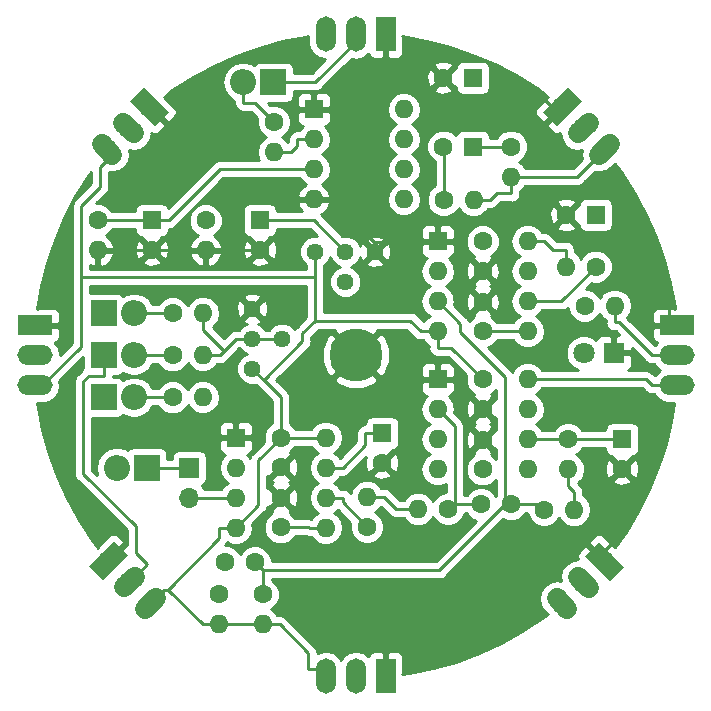
<source format=gbr>
G04 #@! TF.GenerationSoftware,KiCad,Pcbnew,5.0.2-bee76a0~70~ubuntu18.04.1*
G04 #@! TF.CreationDate,2019-07-08T10:40:53+02:00*
G04 #@! TF.ProjectId,neuromime_1.0.1,6e657572-6f6d-4696-9d65-5f312e302e31,rev?*
G04 #@! TF.SameCoordinates,Original*
G04 #@! TF.FileFunction,Copper,L2,Bot*
G04 #@! TF.FilePolarity,Positive*
%FSLAX46Y46*%
G04 Gerber Fmt 4.6, Leading zero omitted, Abs format (unit mm)*
G04 Created by KiCad (PCBNEW 5.0.2-bee76a0~70~ubuntu18.04.1) date Mon 08 Jul 2019 10:40:53 AM CEST*
%MOMM*%
%LPD*%
G01*
G04 APERTURE LIST*
G04 #@! TA.AperFunction,ComponentPad*
%ADD10C,1.600000*%
G04 #@! TD*
G04 #@! TA.AperFunction,ComponentPad*
%ADD11R,1.600000X1.600000*%
G04 #@! TD*
G04 #@! TA.AperFunction,ComponentPad*
%ADD12O,1.700000X3.000000*%
G04 #@! TD*
G04 #@! TA.AperFunction,ComponentPad*
%ADD13R,1.700000X3.000000*%
G04 #@! TD*
G04 #@! TA.AperFunction,ComponentPad*
%ADD14C,1.700000*%
G04 #@! TD*
G04 #@! TA.AperFunction,Conductor*
%ADD15C,1.700000*%
G04 #@! TD*
G04 #@! TA.AperFunction,Conductor*
%ADD16C,0.150000*%
G04 #@! TD*
G04 #@! TA.AperFunction,ComponentPad*
%ADD17O,3.000000X1.700000*%
G04 #@! TD*
G04 #@! TA.AperFunction,ComponentPad*
%ADD18R,3.000000X1.700000*%
G04 #@! TD*
G04 #@! TA.AperFunction,ComponentPad*
%ADD19O,1.600000X1.600000*%
G04 #@! TD*
G04 #@! TA.AperFunction,ComponentPad*
%ADD20C,1.800000*%
G04 #@! TD*
G04 #@! TA.AperFunction,ComponentPad*
%ADD21R,1.800000X1.800000*%
G04 #@! TD*
G04 #@! TA.AperFunction,ComponentPad*
%ADD22O,2.200000X2.200000*%
G04 #@! TD*
G04 #@! TA.AperFunction,ComponentPad*
%ADD23R,2.200000X2.200000*%
G04 #@! TD*
G04 #@! TA.AperFunction,ComponentPad*
%ADD24O,1.700000X1.700000*%
G04 #@! TD*
G04 #@! TA.AperFunction,ComponentPad*
%ADD25R,1.700000X1.700000*%
G04 #@! TD*
G04 #@! TA.AperFunction,ComponentPad*
%ADD26C,1.440000*%
G04 #@! TD*
G04 #@! TA.AperFunction,ComponentPad*
%ADD27C,4.500000*%
G04 #@! TD*
G04 #@! TA.AperFunction,Conductor*
%ADD28C,0.250000*%
G04 #@! TD*
G04 #@! TA.AperFunction,Conductor*
%ADD29C,0.254000*%
G04 #@! TD*
G04 APERTURE END LIST*
D10*
G04 #@! TO.P,C8,2*
G04 #@! TO.N,GND*
X167820000Y-38125500D03*
D11*
G04 #@! TO.P,C8,1*
G04 #@! TO.N,Net-(C8-Pad1)*
X170320000Y-38125500D03*
G04 #@! TD*
D10*
G04 #@! TO.P,C1,2*
G04 #@! TO.N,GND*
X157406000Y-26505000D03*
D11*
G04 #@! TO.P,C1,1*
G04 #@! TO.N,VCC*
X159906000Y-26505000D03*
G04 #@! TD*
D10*
G04 #@! TO.P,C4,2*
G04 #@! TO.N,GND*
X141872000Y-41070000D03*
D11*
G04 #@! TO.P,C4,1*
G04 #@! TO.N,refractory*
X141872000Y-38570000D03*
G04 #@! TD*
D10*
G04 #@! TO.P,C5,2*
G04 #@! TO.N,GND*
X132728000Y-41070000D03*
D11*
G04 #@! TO.P,C5,1*
G04 #@! TO.N,Net-(C5-Pad1)*
X132728000Y-38570000D03*
G04 #@! TD*
D10*
G04 #@! TO.P,C6,2*
G04 #@! TO.N,Net-(C6-Pad2)*
X157406000Y-32347000D03*
D11*
G04 #@! TO.P,C6,1*
G04 #@! TO.N,Net-(C6-Pad1)*
X159906000Y-32347000D03*
G04 #@! TD*
D10*
G04 #@! TO.P,C14,2*
G04 #@! TO.N,GND*
X172542000Y-59612000D03*
D11*
G04 #@! TO.P,C14,1*
G04 #@! TO.N,Net-(C14-Pad1)*
X172542000Y-57112000D03*
G04 #@! TD*
D10*
G04 #@! TO.P,C17,2*
G04 #@! TO.N,GND*
X152222000Y-59104000D03*
D11*
G04 #@! TO.P,C17,1*
G04 #@! TO.N,Net-(C17-Pad1)*
X152222000Y-56604000D03*
G04 #@! TD*
D12*
G04 #@! TO.P,K1,3*
G04 #@! TO.N,VCC*
X147460000Y-22807000D03*
G04 #@! TO.P,K1,2*
G04 #@! TO.N,Net-(D4-Pad1)*
X150000000Y-22807000D03*
D13*
G04 #@! TO.P,K1,1*
G04 #@! TO.N,GND*
X152540000Y-22807000D03*
G04 #@! TD*
D14*
G04 #@! TO.P,K2,3*
G04 #@! TO.N,VCC*
X128930279Y-32558483D03*
D15*
G04 #@! TD*
G04 #@! TO.N,VCC*
G04 #@! TO.C,K2*
X128470660Y-32098864D02*
X129389898Y-33018102D01*
D14*
G04 #@! TO.P,K2,2*
G04 #@! TO.N,Net-(D1-Pad1)*
X130726330Y-30762432D03*
D15*
G04 #@! TD*
G04 #@! TO.N,Net-(D1-Pad1)*
G04 #@! TO.C,K2*
X130266711Y-30302813D02*
X131185949Y-31222051D01*
D14*
G04 #@! TO.P,K2,1*
G04 #@! TO.N,GND*
X132522381Y-28966381D03*
D16*
G04 #@! TD*
G04 #@! TO.N,GND*
G04 #@! TO.C,K2*
G36*
X130860680Y-28506762D02*
X132062762Y-27304680D01*
X134184082Y-29426000D01*
X132982000Y-30628082D01*
X130860680Y-28506762D01*
X130860680Y-28506762D01*
G37*
D14*
G04 #@! TO.P,K3,3*
G04 #@! TO.N,VCC*
X132622483Y-71006221D03*
D15*
G04 #@! TD*
G04 #@! TO.N,VCC*
G04 #@! TO.C,K3*
X132162864Y-71465840D02*
X133082102Y-70546602D01*
D14*
G04 #@! TO.P,K3,2*
G04 #@! TO.N,Net-(D2-Pad1)*
X130826432Y-69210170D03*
D15*
G04 #@! TD*
G04 #@! TO.N,Net-(D2-Pad1)*
G04 #@! TO.C,K3*
X130366813Y-69669789D02*
X131286051Y-68750551D01*
D14*
G04 #@! TO.P,K3,1*
G04 #@! TO.N,GND*
X129030381Y-67414119D03*
D16*
G04 #@! TD*
G04 #@! TO.N,GND*
G04 #@! TO.C,K3*
G36*
X128570762Y-69075820D02*
X127368680Y-67873738D01*
X129490000Y-65752418D01*
X130692082Y-66954500D01*
X128570762Y-69075820D01*
X128570762Y-69075820D01*
G37*
D17*
G04 #@! TO.P,K4,3*
G04 #@! TO.N,VCC*
X122807000Y-52540000D03*
G04 #@! TO.P,K4,2*
G04 #@! TO.N,Net-(D3-Pad1)*
X122807000Y-50000000D03*
D18*
G04 #@! TO.P,K4,1*
G04 #@! TO.N,GND*
X122807000Y-47460000D03*
G04 #@! TD*
D19*
G04 #@! TO.P,R2,1*
G04 #@! TO.N,Net-(C5-Pad1)*
X137046000Y-50000000D03*
D10*
G04 #@! TO.P,R2,2*
G04 #@! TO.N,Net-(D2-Pad2)*
X134506000Y-50000000D03*
G04 #@! TD*
D19*
G04 #@! TO.P,R1,1*
G04 #@! TO.N,Net-(C5-Pad1)*
X137046000Y-46444000D03*
D10*
G04 #@! TO.P,R1,2*
G04 #@! TO.N,Net-(D1-Pad2)*
X134506000Y-46444000D03*
G04 #@! TD*
D19*
G04 #@! TO.P,R3,1*
G04 #@! TO.N,Net-(C5-Pad1)*
X137046000Y-53556000D03*
D10*
G04 #@! TO.P,R3,2*
G04 #@! TO.N,Net-(D3-Pad2)*
X134506000Y-53556000D03*
G04 #@! TD*
D19*
G04 #@! TO.P,R4,1*
G04 #@! TO.N,refractory*
X143078000Y-32791500D03*
D10*
G04 #@! TO.P,R4,2*
G04 #@! TO.N,Net-(D4-Pad2)*
X143078000Y-30251500D03*
G04 #@! TD*
D20*
G04 #@! TO.P,D6,2*
G04 #@! TO.N,Net-(D6-Pad2)*
X169304000Y-49809500D03*
D21*
G04 #@! TO.P,D6,1*
G04 #@! TO.N,GND*
X171844000Y-49809500D03*
G04 #@! TD*
D22*
G04 #@! TO.P,D5,2*
G04 #@! TO.N,refractory*
X129744000Y-59525000D03*
D23*
G04 #@! TO.P,D5,1*
G04 #@! TO.N,Net-(D5-Pad1)*
X132284000Y-59525000D03*
G04 #@! TD*
D22*
G04 #@! TO.P,D4,2*
G04 #@! TO.N,Net-(D4-Pad2)*
X140475000Y-26886000D03*
D23*
G04 #@! TO.P,D4,1*
G04 #@! TO.N,Net-(D4-Pad1)*
X143015000Y-26886000D03*
G04 #@! TD*
G04 #@! TO.P,D3,1*
G04 #@! TO.N,Net-(D3-Pad1)*
X128664000Y-53556000D03*
D22*
G04 #@! TO.P,D3,2*
G04 #@! TO.N,Net-(D3-Pad2)*
X131204000Y-53556000D03*
G04 #@! TD*
D24*
G04 #@! TO.P,W3,2*
G04 #@! TO.N,Net-(P5-Pad2)*
X135903000Y-62065000D03*
D25*
G04 #@! TO.P,W3,1*
G04 #@! TO.N,Net-(D5-Pad1)*
X135903000Y-59525000D03*
G04 #@! TD*
D19*
G04 #@! TO.P,U4,8*
G04 #@! TO.N,VCC*
X147460000Y-56985000D03*
G04 #@! TO.P,U4,4*
X139840000Y-64605000D03*
G04 #@! TO.P,U4,7*
G04 #@! TO.N,Net-(C17-Pad1)*
X147460000Y-59525000D03*
G04 #@! TO.P,U4,3*
G04 #@! TO.N,Net-(P5-Pad2)*
X139840000Y-62065000D03*
G04 #@! TO.P,U4,6*
G04 #@! TO.N,Net-(C17-Pad1)*
X147460000Y-62065000D03*
G04 #@! TO.P,U4,2*
G04 #@! TO.N,Net-(C11-Pad1)*
X139840000Y-59525000D03*
G04 #@! TO.P,U4,5*
G04 #@! TO.N,Net-(C16-Pad1)*
X147460000Y-64605000D03*
D11*
G04 #@! TO.P,U4,1*
G04 #@! TO.N,GND*
X139840000Y-56985000D03*
G04 #@! TD*
D19*
G04 #@! TO.P,R14,2*
G04 #@! TO.N,VCC*
X167970000Y-59652000D03*
D10*
G04 #@! TO.P,R14,1*
G04 #@! TO.N,Net-(C14-Pad1)*
X167970000Y-57112000D03*
G04 #@! TD*
G04 #@! TO.P,C11,2*
G04 #@! TO.N,Net-(C10-Pad2)*
X141451000Y-67526000D03*
G04 #@! TO.P,C11,1*
G04 #@! TO.N,Net-(C11-Pad1)*
X138951000Y-67526000D03*
G04 #@! TD*
G04 #@! TO.P,C12,2*
G04 #@! TO.N,GND*
X160732000Y-54532000D03*
G04 #@! TO.P,C12,1*
G04 #@! TO.N,VCC*
X160732000Y-52032000D03*
G04 #@! TD*
G04 #@! TO.P,C13,2*
G04 #@! TO.N,GND*
X160732000Y-42848000D03*
G04 #@! TO.P,C13,1*
G04 #@! TO.N,VCC*
X160732000Y-40348000D03*
G04 #@! TD*
G04 #@! TO.P,C15,2*
G04 #@! TO.N,GND*
X160732000Y-57152000D03*
G04 #@! TO.P,C15,1*
G04 #@! TO.N,Net-(C15-Pad1)*
X160732000Y-59652000D03*
G04 #@! TD*
G04 #@! TO.P,C16,2*
G04 #@! TO.N,GND*
X143650000Y-62065000D03*
G04 #@! TO.P,C16,1*
G04 #@! TO.N,Net-(C16-Pad1)*
X143650000Y-64565000D03*
G04 #@! TD*
D19*
G04 #@! TO.P,U1,8*
G04 #@! TO.N,VCC*
X154064000Y-29172000D03*
G04 #@! TO.P,U1,4*
G04 #@! TO.N,GND*
X146444000Y-36792000D03*
G04 #@! TO.P,U1,7*
G04 #@! TO.N,Net-(C6-Pad2)*
X154064000Y-31712000D03*
G04 #@! TO.P,U1,3*
G04 #@! TO.N,Net-(C5-Pad1)*
X146444000Y-34252000D03*
G04 #@! TO.P,U1,6*
G04 #@! TO.N,Net-(U1-Pad5)*
X154064000Y-34252000D03*
G04 #@! TO.P,U1,2*
G04 #@! TO.N,refractory*
X146444000Y-31712000D03*
G04 #@! TO.P,U1,5*
G04 #@! TO.N,Net-(U1-Pad5)*
X154064000Y-36792000D03*
D11*
G04 #@! TO.P,U1,1*
G04 #@! TO.N,GND*
X146444000Y-29172000D03*
G04 #@! TD*
D19*
G04 #@! TO.P,U2,8*
G04 #@! TO.N,VCC*
X164542000Y-40348000D03*
G04 #@! TO.P,U2,4*
X156922000Y-47968000D03*
G04 #@! TO.P,U2,7*
G04 #@! TO.N,Net-(C8-Pad1)*
X164542000Y-42888000D03*
G04 #@! TO.P,U2,3*
G04 #@! TO.N,Net-(C10-Pad2)*
X156922000Y-45428000D03*
G04 #@! TO.P,U2,6*
G04 #@! TO.N,Net-(C8-Pad1)*
X164542000Y-45428000D03*
G04 #@! TO.P,U2,2*
G04 #@! TO.N,Net-(C6-Pad1)*
X156922000Y-42888000D03*
G04 #@! TO.P,U2,5*
G04 #@! TO.N,Net-(C9-Pad1)*
X164542000Y-47968000D03*
D11*
G04 #@! TO.P,U2,1*
G04 #@! TO.N,GND*
X156922000Y-40348000D03*
G04 #@! TD*
D19*
G04 #@! TO.P,U3,8*
G04 #@! TO.N,VCC*
X164542000Y-52032000D03*
G04 #@! TO.P,U3,4*
X156922000Y-59652000D03*
G04 #@! TO.P,U3,7*
G04 #@! TO.N,Net-(C14-Pad1)*
X164542000Y-54572000D03*
G04 #@! TO.P,U3,3*
G04 #@! TO.N,Net-(P2-Pad2)*
X156922000Y-57112000D03*
G04 #@! TO.P,U3,6*
G04 #@! TO.N,Net-(C14-Pad1)*
X164542000Y-57112000D03*
G04 #@! TO.P,U3,2*
G04 #@! TO.N,Net-(C10-Pad1)*
X156922000Y-54572000D03*
G04 #@! TO.P,U3,5*
G04 #@! TO.N,Net-(C15-Pad1)*
X164542000Y-59652000D03*
D11*
G04 #@! TO.P,U3,1*
G04 #@! TO.N,GND*
X156922000Y-52032000D03*
G04 #@! TD*
D19*
G04 #@! TO.P,R12,2*
G04 #@! TO.N,VCC*
X155270000Y-63017500D03*
D10*
G04 #@! TO.P,R12,1*
G04 #@! TO.N,Net-(C10-Pad1)*
X157810000Y-63017500D03*
G04 #@! TD*
D19*
G04 #@! TO.P,R13,2*
G04 #@! TO.N,VCC*
X138443000Y-72796500D03*
D10*
G04 #@! TO.P,R13,1*
G04 #@! TO.N,Net-(C11-Pad1)*
X138443000Y-70256500D03*
G04 #@! TD*
D19*
G04 #@! TO.P,R10,2*
G04 #@! TO.N,VCC*
X168478000Y-63081000D03*
D10*
G04 #@! TO.P,R10,1*
G04 #@! TO.N,Net-(C10-Pad2)*
X165938000Y-63081000D03*
G04 #@! TD*
D19*
G04 #@! TO.P,R15,2*
G04 #@! TO.N,Net-(P2-Pad2)*
X171908000Y-45809000D03*
D10*
G04 #@! TO.P,R15,1*
G04 #@! TO.N,Net-(D6-Pad2)*
X169368000Y-45809000D03*
G04 #@! TD*
G04 #@! TO.P,C7,2*
G04 #@! TO.N,GND*
X143650000Y-59485000D03*
G04 #@! TO.P,C7,1*
G04 #@! TO.N,VCC*
X143650000Y-56985000D03*
G04 #@! TD*
G04 #@! TO.P,C9,2*
G04 #@! TO.N,GND*
X160732000Y-45468000D03*
G04 #@! TO.P,C9,1*
G04 #@! TO.N,Net-(C9-Pad1)*
X160732000Y-47968000D03*
G04 #@! TD*
G04 #@! TO.P,C10,2*
G04 #@! TO.N,Net-(C10-Pad2)*
X163104000Y-62636500D03*
G04 #@! TO.P,C10,1*
G04 #@! TO.N,Net-(C10-Pad1)*
X160604000Y-62636500D03*
G04 #@! TD*
D19*
G04 #@! TO.P,R11,2*
G04 #@! TO.N,VCC*
X142126000Y-72796500D03*
D10*
G04 #@! TO.P,R11,1*
G04 #@! TO.N,Net-(C10-Pad2)*
X142126000Y-70256500D03*
G04 #@! TD*
D19*
G04 #@! TO.P,R16,2*
G04 #@! TO.N,VCC*
X150952000Y-62001500D03*
D10*
G04 #@! TO.P,R16,1*
G04 #@! TO.N,Net-(C17-Pad1)*
X150952000Y-64541500D03*
G04 #@! TD*
D23*
G04 #@! TO.P,D2,1*
G04 #@! TO.N,Net-(D2-Pad1)*
X128664000Y-50000000D03*
D22*
G04 #@! TO.P,D2,2*
G04 #@! TO.N,Net-(D2-Pad2)*
X131204000Y-50000000D03*
G04 #@! TD*
G04 #@! TO.P,D1,2*
G04 #@! TO.N,Net-(D1-Pad2)*
X131204000Y-46444000D03*
D23*
G04 #@! TO.P,D1,1*
G04 #@! TO.N,Net-(D1-Pad1)*
X128664000Y-46444000D03*
G04 #@! TD*
D19*
G04 #@! TO.P,R9,2*
G04 #@! TO.N,VCC*
X167780000Y-42507000D03*
D10*
G04 #@! TO.P,R9,1*
G04 #@! TO.N,Net-(C8-Pad1)*
X170320000Y-42507000D03*
G04 #@! TD*
D19*
G04 #@! TO.P,R5,2*
G04 #@! TO.N,GND*
X137300000Y-41110000D03*
D10*
G04 #@! TO.P,R5,1*
G04 #@! TO.N,refractory*
X137300000Y-38570000D03*
G04 #@! TD*
D19*
G04 #@! TO.P,R7,2*
G04 #@! TO.N,VCC*
X159970000Y-36855500D03*
D10*
G04 #@! TO.P,R7,1*
G04 #@! TO.N,Net-(C6-Pad2)*
X157430000Y-36855500D03*
G04 #@! TD*
D19*
G04 #@! TO.P,R8,2*
G04 #@! TO.N,VCC*
X163144000Y-34887000D03*
D10*
G04 #@! TO.P,R8,1*
G04 #@! TO.N,Net-(C6-Pad1)*
X163144000Y-32347000D03*
G04 #@! TD*
D19*
G04 #@! TO.P,R6,2*
G04 #@! TO.N,GND*
X128156000Y-41110000D03*
D10*
G04 #@! TO.P,R6,1*
G04 #@! TO.N,Net-(C5-Pad1)*
X128156000Y-38570000D03*
G04 #@! TD*
D14*
G04 #@! TO.P,P2,3*
G04 #@! TO.N,VCC*
X171069721Y-32558483D03*
D15*
G04 #@! TD*
G04 #@! TO.N,VCC*
G04 #@! TO.C,P2*
X170610102Y-33018102D02*
X171529340Y-32098864D01*
D14*
G04 #@! TO.P,P2,2*
G04 #@! TO.N,Net-(P2-Pad2)*
X169273670Y-30762432D03*
D15*
G04 #@! TD*
G04 #@! TO.N,Net-(P2-Pad2)*
G04 #@! TO.C,P2*
X168814051Y-31222051D02*
X169733289Y-30302813D01*
D14*
G04 #@! TO.P,P2,1*
G04 #@! TO.N,GND*
X167477619Y-28966381D03*
D16*
G04 #@! TD*
G04 #@! TO.N,GND*
G04 #@! TO.C,P2*
G36*
X167018000Y-30628082D02*
X165815918Y-29426000D01*
X167937238Y-27304680D01*
X169139320Y-28506762D01*
X167018000Y-30628082D01*
X167018000Y-30628082D01*
G37*
D18*
G04 #@! TO.P,P3,1*
G04 #@! TO.N,GND*
X177193000Y-47460000D03*
D17*
G04 #@! TO.P,P3,2*
G04 #@! TO.N,Net-(P2-Pad2)*
X177193000Y-50000000D03*
G04 #@! TO.P,P3,3*
G04 #@! TO.N,VCC*
X177193000Y-52539999D03*
G04 #@! TD*
D14*
G04 #@! TO.P,P4,3*
G04 #@! TO.N,VCC*
X167459517Y-71051621D03*
D15*
G04 #@! TD*
G04 #@! TO.N,VCC*
G04 #@! TO.C,P4*
X166999898Y-70592002D02*
X167919136Y-71511240D01*
D14*
G04 #@! TO.P,P4,2*
G04 #@! TO.N,Net-(P2-Pad2)*
X169255568Y-69255570D03*
D15*
G04 #@! TD*
G04 #@! TO.N,Net-(P2-Pad2)*
G04 #@! TO.C,P4*
X168795949Y-68795951D02*
X169715187Y-69715189D01*
D14*
G04 #@! TO.P,P4,1*
G04 #@! TO.N,GND*
X171051619Y-67459519D03*
D16*
G04 #@! TD*
G04 #@! TO.N,GND*
G04 #@! TO.C,P4*
G36*
X169389918Y-66999900D02*
X170592000Y-65797818D01*
X172713320Y-67919138D01*
X171511238Y-69121220D01*
X169389918Y-66999900D01*
X169389918Y-66999900D01*
G37*
D13*
G04 #@! TO.P,P5,1*
G04 #@! TO.N,GND*
X152540000Y-77193000D03*
D12*
G04 #@! TO.P,P5,2*
G04 #@! TO.N,Net-(P5-Pad2)*
X150000000Y-77193000D03*
G04 #@! TO.P,P5,3*
G04 #@! TO.N,VCC*
X147460001Y-77193000D03*
G04 #@! TD*
D26*
G04 #@! TO.P,RV1,2*
G04 #@! TO.N,refractory*
X149111000Y-41237000D03*
G04 #@! TO.P,RV1,1*
G04 #@! TO.N,GND*
X151651000Y-41237000D03*
G04 #@! TO.P,RV1,2*
G04 #@! TO.N,refractory*
X149111000Y-43777000D03*
G04 #@! TO.P,RV1,3*
G04 #@! TO.N,VCC*
X146571000Y-41237000D03*
G04 #@! TD*
G04 #@! TO.P,RV2,3*
G04 #@! TO.N,VCC*
X141237000Y-51143000D03*
G04 #@! TO.P,RV2,2*
G04 #@! TO.N,Net-(C5-Pad1)*
X143777000Y-48603000D03*
G04 #@! TO.P,RV2,1*
G04 #@! TO.N,GND*
X141237000Y-46063000D03*
G04 #@! TO.P,RV2,2*
G04 #@! TO.N,Net-(C5-Pad1)*
X141237000Y-48603000D03*
G04 #@! TD*
D27*
G04 #@! TO.P,P1,1*
G04 #@! TO.N,GND*
X150000000Y-50000000D03*
G04 #@! TD*
D28*
G04 #@! TO.N,GND*
X170592000Y-66999900D02*
X171635100Y-65956800D01*
X171635100Y-65956800D02*
X171635000Y-65956800D01*
X171635000Y-65956800D02*
X171635000Y-60519000D01*
X171635000Y-60519000D02*
X172542000Y-59612000D01*
X152540000Y-23457000D02*
X152540000Y-24932100D01*
X146444000Y-29172000D02*
X147869100Y-29172000D01*
X147869100Y-29172000D02*
X152109000Y-24932100D01*
X152109000Y-24932100D02*
X152540000Y-24932100D01*
X151651000Y-40452000D02*
X151529100Y-40452000D01*
X151529100Y-40452000D02*
X147869100Y-36792000D01*
X151651000Y-40452000D02*
X155392900Y-40452000D01*
X155392900Y-40452000D02*
X155496900Y-40348000D01*
X151651000Y-41237000D02*
X151651000Y-40452000D01*
X156922000Y-40348000D02*
X155496900Y-40348000D01*
X146444000Y-36792000D02*
X147869100Y-36792000D01*
X137300000Y-41110000D02*
X135874900Y-41110000D01*
X132728000Y-41070000D02*
X135834900Y-41070000D01*
X135834900Y-41070000D02*
X135874900Y-41110000D01*
X129581100Y-41110000D02*
X129621100Y-41070000D01*
X129621100Y-41070000D02*
X132728000Y-41070000D01*
X156922000Y-52032000D02*
X158347100Y-52032000D01*
X160732000Y-54532000D02*
X158347100Y-52147100D01*
X158347100Y-52147100D02*
X158347100Y-52032000D01*
X156922000Y-40348000D02*
X158347100Y-40348000D01*
X160732000Y-42848000D02*
X158347100Y-40463100D01*
X158347100Y-40463100D02*
X158347100Y-40348000D01*
X165975000Y-28382900D02*
X165974900Y-28383000D01*
X165974900Y-28383000D02*
X159284000Y-28383000D01*
X159284000Y-28383000D02*
X157406000Y-26505000D01*
X137300000Y-41110000D02*
X138725100Y-41110000D01*
X141872000Y-41070000D02*
X138765100Y-41070000D01*
X138765100Y-41070000D02*
X138725100Y-41110000D01*
X128156000Y-41110000D02*
X129581100Y-41110000D01*
X167018000Y-29426000D02*
X165975000Y-28382900D01*
X176543000Y-45603000D02*
X176543000Y-47460000D01*
X167820000Y-38125500D02*
X169745400Y-40050900D01*
X170990900Y-40050900D02*
X176543000Y-45603000D01*
X169745400Y-40050900D02*
X170990900Y-40050900D01*
G04 #@! TO.N,VCC*
X146571000Y-43423500D02*
X146571000Y-41237000D01*
X146571000Y-47074400D02*
X146571000Y-43423500D01*
X146571000Y-43423500D02*
X126727500Y-43423500D01*
X126727500Y-43423500D02*
X126727500Y-37367400D01*
X126727500Y-37367400D02*
X128346900Y-35748000D01*
X128346900Y-35748000D02*
X128346900Y-34061200D01*
X128346900Y-34061200D02*
X128346900Y-34061100D01*
X123457000Y-52540000D02*
X126727500Y-49269500D01*
X126727500Y-49269500D02*
X126727500Y-43423500D01*
X146571000Y-47074400D02*
X145480400Y-48165000D01*
X145480400Y-48165000D02*
X145480400Y-48806100D01*
X145480400Y-48806100D02*
X142190300Y-52096200D01*
X155496900Y-47968000D02*
X154603300Y-47074400D01*
X154603300Y-47074400D02*
X146571000Y-47074400D01*
X156922000Y-47968000D02*
X155496900Y-47968000D01*
X142190300Y-52096200D02*
X143650000Y-53556000D01*
X143650000Y-53556000D02*
X143650000Y-56985000D01*
X141237000Y-51143000D02*
X142190300Y-52096200D01*
X129389900Y-33018100D02*
X128346900Y-34061100D01*
X150952000Y-62001500D02*
X152377100Y-62001500D01*
X152377100Y-62001500D02*
X153393100Y-63017500D01*
X153393100Y-63017500D02*
X155270000Y-63017500D01*
X167970000Y-59652000D02*
X167970000Y-61077100D01*
X168478000Y-63081000D02*
X168478000Y-61585100D01*
X168478000Y-61585100D02*
X167970000Y-61077100D01*
X167780000Y-42507000D02*
X167780000Y-41081900D01*
X164542000Y-40348000D02*
X165967100Y-40348000D01*
X165967100Y-40348000D02*
X166701000Y-41081900D01*
X166701000Y-41081900D02*
X167780000Y-41081900D01*
X143650000Y-56985000D02*
X146034900Y-56985000D01*
X139840000Y-64605000D02*
X141745000Y-62700000D01*
X141745000Y-62700000D02*
X141745000Y-58890000D01*
X141745000Y-58890000D02*
X143650000Y-56985000D01*
X147460000Y-56985000D02*
X146034900Y-56985000D01*
X134071000Y-69849600D02*
X138414900Y-65505700D01*
X138414900Y-65505700D02*
X138414900Y-64605000D01*
X133082100Y-70546600D02*
X133779100Y-69849600D01*
X133779100Y-69849600D02*
X134071000Y-69849600D01*
X134071000Y-69849600D02*
X137017900Y-72796500D01*
X139840000Y-64605000D02*
X138414900Y-64605000D01*
X176543000Y-52540000D02*
X175067900Y-52540000D01*
X164542000Y-52032000D02*
X174559900Y-52032000D01*
X174559900Y-52032000D02*
X175067900Y-52540000D01*
X163144000Y-34887000D02*
X163144000Y-36312100D01*
X159970000Y-36855500D02*
X161395100Y-36855500D01*
X161395100Y-36855500D02*
X161938500Y-36312100D01*
X161938500Y-36312100D02*
X163144000Y-36312100D01*
X138443000Y-72796500D02*
X137017900Y-72796500D01*
X160732000Y-52032000D02*
X158093100Y-49393100D01*
X158093100Y-49393100D02*
X156922000Y-49393100D01*
X156922000Y-47968000D02*
X156922000Y-49393100D01*
X147460000Y-76543000D02*
X145984900Y-76543000D01*
X142126000Y-72796500D02*
X143551100Y-72796500D01*
X143551100Y-72796500D02*
X145984900Y-75230300D01*
X145984900Y-75230300D02*
X145984900Y-76543000D01*
X142126000Y-72796500D02*
X138443000Y-72796500D01*
X170610100Y-33018100D02*
X168741200Y-34887000D01*
X168741200Y-34887000D02*
X163144000Y-34887000D01*
G04 #@! TO.N,refractory*
X146444000Y-31712000D02*
X145018900Y-31712000D01*
X143078000Y-32791500D02*
X144503100Y-32791500D01*
X145018900Y-31712000D02*
X145018900Y-32275700D01*
X145018900Y-32275700D02*
X144503100Y-32791500D01*
X149111000Y-41237000D02*
X146444000Y-38570000D01*
X146444000Y-38570000D02*
X141872000Y-38570000D01*
G04 #@! TO.N,Net-(C5-Pad1)*
X132728000Y-38570000D02*
X134153100Y-38570000D01*
X134153100Y-38570000D02*
X138471100Y-34252000D01*
X138471100Y-34252000D02*
X146444000Y-34252000D01*
X132728000Y-38570000D02*
X128156000Y-38570000D01*
X138824000Y-49647100D02*
X138471100Y-50000000D01*
X141237000Y-48603000D02*
X139868100Y-48603000D01*
X139868100Y-48603000D02*
X138824000Y-49647100D01*
X138824000Y-49647100D02*
X137046000Y-47869100D01*
X137046000Y-46444000D02*
X137046000Y-47869100D01*
X137046000Y-50000000D02*
X138471100Y-50000000D01*
X143777000Y-48603000D02*
X141237000Y-48603000D01*
G04 #@! TO.N,Net-(C6-Pad1)*
X159906000Y-32347000D02*
X163144000Y-32347000D01*
G04 #@! TO.N,Net-(C6-Pad2)*
X157430000Y-36855500D02*
X157430000Y-32371000D01*
X157430000Y-32371000D02*
X157406000Y-32347000D01*
G04 #@! TO.N,Net-(C8-Pad1)*
X170320000Y-42507000D02*
X167399000Y-45428000D01*
X167399000Y-45428000D02*
X164542000Y-45428000D01*
G04 #@! TO.N,Net-(C9-Pad1)*
X160732000Y-47968000D02*
X164542000Y-47968000D01*
G04 #@! TO.N,Net-(C10-Pad2)*
X162637000Y-62636500D02*
X162637000Y-51888600D01*
X162637000Y-51888600D02*
X158827000Y-48078600D01*
X158827000Y-48078600D02*
X158827000Y-47333000D01*
X158827000Y-47333000D02*
X156922000Y-45428000D01*
X142126000Y-68201000D02*
X157072500Y-68201000D01*
X157072500Y-68201000D02*
X162637000Y-62636500D01*
X162637000Y-62636500D02*
X163104000Y-62636500D01*
X163104000Y-62636500D02*
X165493500Y-62636500D01*
X165493500Y-62636500D02*
X165938000Y-63081000D01*
X142126000Y-68201000D02*
X142126000Y-70256500D01*
X141451000Y-67526000D02*
X142126000Y-68201000D01*
G04 #@! TO.N,Net-(C10-Pad1)*
X158377400Y-62636500D02*
X158191000Y-62636500D01*
X158191000Y-62636500D02*
X157810000Y-63017500D01*
X160604000Y-62636500D02*
X158377400Y-62636500D01*
X158377400Y-62636500D02*
X158377400Y-56027400D01*
X158377400Y-56027400D02*
X156922000Y-54572000D01*
G04 #@! TO.N,Net-(C16-Pad1)*
X147460000Y-64605000D02*
X146034900Y-64605000D01*
X143650000Y-64565000D02*
X145994900Y-64565000D01*
X145994900Y-64565000D02*
X146034900Y-64605000D01*
G04 #@! TO.N,Net-(C17-Pad1)*
X152222000Y-56604000D02*
X150796900Y-56604000D01*
X147460000Y-59525000D02*
X148885100Y-59525000D01*
X150796900Y-56604000D02*
X150796900Y-57613200D01*
X150796900Y-57613200D02*
X148885100Y-59525000D01*
X147460000Y-62065000D02*
X148885100Y-62065000D01*
X150952000Y-64541500D02*
X148885100Y-62474600D01*
X148885100Y-62474600D02*
X148885100Y-62065000D01*
G04 #@! TO.N,Net-(D1-Pad2)*
X131204000Y-46444000D02*
X134506000Y-46444000D01*
G04 #@! TO.N,Net-(D2-Pad1)*
X128664000Y-50000000D02*
X128664000Y-51725100D01*
X131286100Y-68750600D02*
X132329200Y-67707500D01*
X132329200Y-67707500D02*
X131352300Y-66730700D01*
X131352300Y-66730700D02*
X131352300Y-64496000D01*
X131352300Y-64496000D02*
X126938900Y-60082600D01*
X126938900Y-60082600D02*
X126938900Y-52156300D01*
X126938900Y-52156300D02*
X127370100Y-51725100D01*
X127370100Y-51725100D02*
X128664000Y-51725100D01*
G04 #@! TO.N,Net-(D2-Pad2)*
X131204000Y-50000000D02*
X134506000Y-50000000D01*
G04 #@! TO.N,Net-(D3-Pad2)*
X131204000Y-53556000D02*
X134506000Y-53556000D01*
G04 #@! TO.N,Net-(D4-Pad1)*
X143015000Y-26886000D02*
X146571000Y-26886000D01*
X146571000Y-26886000D02*
X150000000Y-23457000D01*
G04 #@! TO.N,Net-(D4-Pad2)*
X140475000Y-26886000D02*
X140475000Y-28611100D01*
X140475000Y-28611100D02*
X141437600Y-28611100D01*
X141437600Y-28611100D02*
X143078000Y-30251500D01*
G04 #@! TO.N,Net-(D5-Pad1)*
X135903000Y-59525000D02*
X132284000Y-59525000D01*
G04 #@! TO.N,Net-(P2-Pad2)*
X171908000Y-45809000D02*
X171908000Y-47234100D01*
X176543000Y-50000000D02*
X175067900Y-50000000D01*
X175067900Y-50000000D02*
X172302000Y-47234100D01*
X172302000Y-47234100D02*
X171908000Y-47234100D01*
G04 #@! TO.N,Net-(P5-Pad2)*
X139840000Y-62065000D02*
X135903000Y-62065000D01*
G04 #@! TO.N,Net-(C14-Pad1)*
X167970000Y-57112000D02*
X164542000Y-57112000D01*
X172542000Y-57112000D02*
X167970000Y-57112000D01*
G04 #@! TD*
D29*
G04 #@! TO.N,GND*
G36*
X174477572Y-53024475D02*
X174519971Y-53087929D01*
X174583424Y-53130327D01*
X174583426Y-53130329D01*
X174708802Y-53214102D01*
X174771363Y-53255904D01*
X174993048Y-53300000D01*
X174993052Y-53300000D01*
X175067899Y-53314888D01*
X175142746Y-53300000D01*
X175264823Y-53300000D01*
X175472375Y-53610624D01*
X175963582Y-53938838D01*
X176396744Y-54024999D01*
X176976876Y-54024999D01*
X176722991Y-55534065D01*
X176232832Y-57522143D01*
X175594989Y-59467874D01*
X174813053Y-61360303D01*
X173891427Y-63188776D01*
X172835298Y-64943000D01*
X171899617Y-66262068D01*
X171899617Y-66207410D01*
X170951698Y-65259491D01*
X170718309Y-65162818D01*
X170465691Y-65162818D01*
X170232301Y-65259491D01*
X169744002Y-65747790D01*
X169744002Y-65972297D01*
X171051619Y-67279914D01*
X171065762Y-67265772D01*
X171089796Y-67289806D01*
X170901375Y-67517165D01*
X170857872Y-67473662D01*
X170872014Y-67459519D01*
X169564397Y-66151902D01*
X169339890Y-66151902D01*
X168851591Y-66640201D01*
X168754918Y-66873591D01*
X168754918Y-67126209D01*
X168821495Y-67286940D01*
X168795949Y-67281859D01*
X168216531Y-67397113D01*
X167725325Y-67725327D01*
X167397111Y-68216533D01*
X167281857Y-68795951D01*
X167351869Y-69147922D01*
X166999898Y-69077910D01*
X166420480Y-69193164D01*
X165929274Y-69521378D01*
X165601060Y-70012584D01*
X165485806Y-70592002D01*
X165601060Y-71171420D01*
X165846426Y-71538636D01*
X166228669Y-71920879D01*
X165769735Y-72272395D01*
X164055389Y-73392096D01*
X162261915Y-74380105D01*
X160399411Y-75230861D01*
X158478360Y-75939574D01*
X156509578Y-76502254D01*
X154504149Y-76915734D01*
X153944301Y-76987949D01*
X154025000Y-76907250D01*
X154025000Y-75566691D01*
X153928327Y-75333302D01*
X153749699Y-75154673D01*
X153516310Y-75058000D01*
X152825750Y-75058000D01*
X152667000Y-75216750D01*
X152667000Y-77066000D01*
X152687000Y-77066000D01*
X152687000Y-77150128D01*
X152473363Y-77177685D01*
X152393000Y-77181967D01*
X152393000Y-77066000D01*
X152413000Y-77066000D01*
X152413000Y-75216750D01*
X152254250Y-75058000D01*
X151563690Y-75058000D01*
X151330301Y-75154673D01*
X151151673Y-75333302D01*
X151085096Y-75494033D01*
X151070625Y-75472375D01*
X150579418Y-75144161D01*
X150000000Y-75028908D01*
X149420583Y-75144161D01*
X148929376Y-75472375D01*
X148730001Y-75770760D01*
X148530626Y-75472375D01*
X148039419Y-75144161D01*
X147460001Y-75028908D01*
X146880584Y-75144161D01*
X146758835Y-75225511D01*
X146744900Y-75155453D01*
X146744900Y-75155448D01*
X146700804Y-74933763D01*
X146532829Y-74682371D01*
X146469373Y-74639971D01*
X144141431Y-72312030D01*
X144099029Y-72248571D01*
X143847637Y-72080596D01*
X143625952Y-72036500D01*
X143625947Y-72036500D01*
X143551100Y-72021612D01*
X143476253Y-72036500D01*
X143344043Y-72036500D01*
X143160577Y-71761923D01*
X142808832Y-71526894D01*
X142938862Y-71473034D01*
X143342534Y-71069362D01*
X143561000Y-70541939D01*
X143561000Y-69971061D01*
X143342534Y-69443638D01*
X142938862Y-69039966D01*
X142886000Y-69018070D01*
X142886000Y-68961000D01*
X156997653Y-68961000D01*
X157072500Y-68975888D01*
X157147347Y-68961000D01*
X157147352Y-68961000D01*
X157369037Y-68916904D01*
X157620429Y-68748929D01*
X157662831Y-68685470D01*
X162435480Y-63912823D01*
X162818561Y-64071500D01*
X163389439Y-64071500D01*
X163916862Y-63853034D01*
X164320534Y-63449362D01*
X164342430Y-63396500D01*
X164515452Y-63396500D01*
X164721466Y-63893862D01*
X165125138Y-64297534D01*
X165652561Y-64516000D01*
X166223439Y-64516000D01*
X166750862Y-64297534D01*
X167154534Y-63893862D01*
X167208394Y-63763832D01*
X167443423Y-64115577D01*
X167918091Y-64432740D01*
X168336667Y-64516000D01*
X168619333Y-64516000D01*
X169037909Y-64432740D01*
X169512577Y-64115577D01*
X169829740Y-63640909D01*
X169941113Y-63081000D01*
X169829740Y-62521091D01*
X169512577Y-62046423D01*
X169238000Y-61862957D01*
X169238000Y-61659946D01*
X169252888Y-61585099D01*
X169238000Y-61510252D01*
X169238000Y-61510248D01*
X169193904Y-61288563D01*
X169107556Y-61159334D01*
X169068329Y-61100626D01*
X169068327Y-61100624D01*
X169025929Y-61037171D01*
X168962475Y-60994772D01*
X168794589Y-60826887D01*
X169004577Y-60686577D01*
X169049232Y-60619745D01*
X171713861Y-60619745D01*
X171787995Y-60865864D01*
X172325223Y-61058965D01*
X172895454Y-61031778D01*
X173296005Y-60865864D01*
X173370139Y-60619745D01*
X172542000Y-59791605D01*
X171713861Y-60619745D01*
X169049232Y-60619745D01*
X169321740Y-60211909D01*
X169433113Y-59652000D01*
X169382037Y-59395223D01*
X171095035Y-59395223D01*
X171122222Y-59965454D01*
X171288136Y-60366005D01*
X171534255Y-60440139D01*
X172362395Y-59612000D01*
X172721605Y-59612000D01*
X173549745Y-60440139D01*
X173795864Y-60366005D01*
X173988965Y-59828777D01*
X173961778Y-59258546D01*
X173795864Y-58857995D01*
X173549745Y-58783861D01*
X172721605Y-59612000D01*
X172362395Y-59612000D01*
X171534255Y-58783861D01*
X171288136Y-58857995D01*
X171095035Y-59395223D01*
X169382037Y-59395223D01*
X169321740Y-59092091D01*
X169004577Y-58617423D01*
X168652832Y-58382394D01*
X168782862Y-58328534D01*
X169186534Y-57924862D01*
X169208430Y-57872000D01*
X171094560Y-57872000D01*
X171094560Y-57912000D01*
X171143843Y-58159765D01*
X171284191Y-58369809D01*
X171494235Y-58510157D01*
X171728187Y-58556693D01*
X171713861Y-58604255D01*
X172542000Y-59432395D01*
X173370139Y-58604255D01*
X173355813Y-58556693D01*
X173589765Y-58510157D01*
X173799809Y-58369809D01*
X173940157Y-58159765D01*
X173989440Y-57912000D01*
X173989440Y-56312000D01*
X173940157Y-56064235D01*
X173799809Y-55854191D01*
X173589765Y-55713843D01*
X173342000Y-55664560D01*
X171742000Y-55664560D01*
X171494235Y-55713843D01*
X171284191Y-55854191D01*
X171143843Y-56064235D01*
X171094560Y-56312000D01*
X171094560Y-56352000D01*
X169208430Y-56352000D01*
X169186534Y-56299138D01*
X168782862Y-55895466D01*
X168255439Y-55677000D01*
X167684561Y-55677000D01*
X167157138Y-55895466D01*
X166753466Y-56299138D01*
X166731570Y-56352000D01*
X165760043Y-56352000D01*
X165576577Y-56077423D01*
X165224242Y-55842000D01*
X165576577Y-55606577D01*
X165893740Y-55131909D01*
X166005113Y-54572000D01*
X165893740Y-54012091D01*
X165576577Y-53537423D01*
X165224242Y-53302000D01*
X165576577Y-53066577D01*
X165760043Y-52792000D01*
X174245098Y-52792000D01*
X174477572Y-53024475D01*
X174477572Y-53024475D01*
G37*
X174477572Y-53024475D02*
X174519971Y-53087929D01*
X174583424Y-53130327D01*
X174583426Y-53130329D01*
X174708802Y-53214102D01*
X174771363Y-53255904D01*
X174993048Y-53300000D01*
X174993052Y-53300000D01*
X175067899Y-53314888D01*
X175142746Y-53300000D01*
X175264823Y-53300000D01*
X175472375Y-53610624D01*
X175963582Y-53938838D01*
X176396744Y-54024999D01*
X176976876Y-54024999D01*
X176722991Y-55534065D01*
X176232832Y-57522143D01*
X175594989Y-59467874D01*
X174813053Y-61360303D01*
X173891427Y-63188776D01*
X172835298Y-64943000D01*
X171899617Y-66262068D01*
X171899617Y-66207410D01*
X170951698Y-65259491D01*
X170718309Y-65162818D01*
X170465691Y-65162818D01*
X170232301Y-65259491D01*
X169744002Y-65747790D01*
X169744002Y-65972297D01*
X171051619Y-67279914D01*
X171065762Y-67265772D01*
X171089796Y-67289806D01*
X170901375Y-67517165D01*
X170857872Y-67473662D01*
X170872014Y-67459519D01*
X169564397Y-66151902D01*
X169339890Y-66151902D01*
X168851591Y-66640201D01*
X168754918Y-66873591D01*
X168754918Y-67126209D01*
X168821495Y-67286940D01*
X168795949Y-67281859D01*
X168216531Y-67397113D01*
X167725325Y-67725327D01*
X167397111Y-68216533D01*
X167281857Y-68795951D01*
X167351869Y-69147922D01*
X166999898Y-69077910D01*
X166420480Y-69193164D01*
X165929274Y-69521378D01*
X165601060Y-70012584D01*
X165485806Y-70592002D01*
X165601060Y-71171420D01*
X165846426Y-71538636D01*
X166228669Y-71920879D01*
X165769735Y-72272395D01*
X164055389Y-73392096D01*
X162261915Y-74380105D01*
X160399411Y-75230861D01*
X158478360Y-75939574D01*
X156509578Y-76502254D01*
X154504149Y-76915734D01*
X153944301Y-76987949D01*
X154025000Y-76907250D01*
X154025000Y-75566691D01*
X153928327Y-75333302D01*
X153749699Y-75154673D01*
X153516310Y-75058000D01*
X152825750Y-75058000D01*
X152667000Y-75216750D01*
X152667000Y-77066000D01*
X152687000Y-77066000D01*
X152687000Y-77150128D01*
X152473363Y-77177685D01*
X152393000Y-77181967D01*
X152393000Y-77066000D01*
X152413000Y-77066000D01*
X152413000Y-75216750D01*
X152254250Y-75058000D01*
X151563690Y-75058000D01*
X151330301Y-75154673D01*
X151151673Y-75333302D01*
X151085096Y-75494033D01*
X151070625Y-75472375D01*
X150579418Y-75144161D01*
X150000000Y-75028908D01*
X149420583Y-75144161D01*
X148929376Y-75472375D01*
X148730001Y-75770760D01*
X148530626Y-75472375D01*
X148039419Y-75144161D01*
X147460001Y-75028908D01*
X146880584Y-75144161D01*
X146758835Y-75225511D01*
X146744900Y-75155453D01*
X146744900Y-75155448D01*
X146700804Y-74933763D01*
X146532829Y-74682371D01*
X146469373Y-74639971D01*
X144141431Y-72312030D01*
X144099029Y-72248571D01*
X143847637Y-72080596D01*
X143625952Y-72036500D01*
X143625947Y-72036500D01*
X143551100Y-72021612D01*
X143476253Y-72036500D01*
X143344043Y-72036500D01*
X143160577Y-71761923D01*
X142808832Y-71526894D01*
X142938862Y-71473034D01*
X143342534Y-71069362D01*
X143561000Y-70541939D01*
X143561000Y-69971061D01*
X143342534Y-69443638D01*
X142938862Y-69039966D01*
X142886000Y-69018070D01*
X142886000Y-68961000D01*
X156997653Y-68961000D01*
X157072500Y-68975888D01*
X157147347Y-68961000D01*
X157147352Y-68961000D01*
X157369037Y-68916904D01*
X157620429Y-68748929D01*
X157662831Y-68685470D01*
X162435480Y-63912823D01*
X162818561Y-64071500D01*
X163389439Y-64071500D01*
X163916862Y-63853034D01*
X164320534Y-63449362D01*
X164342430Y-63396500D01*
X164515452Y-63396500D01*
X164721466Y-63893862D01*
X165125138Y-64297534D01*
X165652561Y-64516000D01*
X166223439Y-64516000D01*
X166750862Y-64297534D01*
X167154534Y-63893862D01*
X167208394Y-63763832D01*
X167443423Y-64115577D01*
X167918091Y-64432740D01*
X168336667Y-64516000D01*
X168619333Y-64516000D01*
X169037909Y-64432740D01*
X169512577Y-64115577D01*
X169829740Y-63640909D01*
X169941113Y-63081000D01*
X169829740Y-62521091D01*
X169512577Y-62046423D01*
X169238000Y-61862957D01*
X169238000Y-61659946D01*
X169252888Y-61585099D01*
X169238000Y-61510252D01*
X169238000Y-61510248D01*
X169193904Y-61288563D01*
X169107556Y-61159334D01*
X169068329Y-61100626D01*
X169068327Y-61100624D01*
X169025929Y-61037171D01*
X168962475Y-60994772D01*
X168794589Y-60826887D01*
X169004577Y-60686577D01*
X169049232Y-60619745D01*
X171713861Y-60619745D01*
X171787995Y-60865864D01*
X172325223Y-61058965D01*
X172895454Y-61031778D01*
X173296005Y-60865864D01*
X173370139Y-60619745D01*
X172542000Y-59791605D01*
X171713861Y-60619745D01*
X169049232Y-60619745D01*
X169321740Y-60211909D01*
X169433113Y-59652000D01*
X169382037Y-59395223D01*
X171095035Y-59395223D01*
X171122222Y-59965454D01*
X171288136Y-60366005D01*
X171534255Y-60440139D01*
X172362395Y-59612000D01*
X172721605Y-59612000D01*
X173549745Y-60440139D01*
X173795864Y-60366005D01*
X173988965Y-59828777D01*
X173961778Y-59258546D01*
X173795864Y-58857995D01*
X173549745Y-58783861D01*
X172721605Y-59612000D01*
X172362395Y-59612000D01*
X171534255Y-58783861D01*
X171288136Y-58857995D01*
X171095035Y-59395223D01*
X169382037Y-59395223D01*
X169321740Y-59092091D01*
X169004577Y-58617423D01*
X168652832Y-58382394D01*
X168782862Y-58328534D01*
X169186534Y-57924862D01*
X169208430Y-57872000D01*
X171094560Y-57872000D01*
X171094560Y-57912000D01*
X171143843Y-58159765D01*
X171284191Y-58369809D01*
X171494235Y-58510157D01*
X171728187Y-58556693D01*
X171713861Y-58604255D01*
X172542000Y-59432395D01*
X173370139Y-58604255D01*
X173355813Y-58556693D01*
X173589765Y-58510157D01*
X173799809Y-58369809D01*
X173940157Y-58159765D01*
X173989440Y-57912000D01*
X173989440Y-56312000D01*
X173940157Y-56064235D01*
X173799809Y-55854191D01*
X173589765Y-55713843D01*
X173342000Y-55664560D01*
X171742000Y-55664560D01*
X171494235Y-55713843D01*
X171284191Y-55854191D01*
X171143843Y-56064235D01*
X171094560Y-56312000D01*
X171094560Y-56352000D01*
X169208430Y-56352000D01*
X169186534Y-56299138D01*
X168782862Y-55895466D01*
X168255439Y-55677000D01*
X167684561Y-55677000D01*
X167157138Y-55895466D01*
X166753466Y-56299138D01*
X166731570Y-56352000D01*
X165760043Y-56352000D01*
X165576577Y-56077423D01*
X165224242Y-55842000D01*
X165576577Y-55606577D01*
X165893740Y-55131909D01*
X166005113Y-54572000D01*
X165893740Y-54012091D01*
X165576577Y-53537423D01*
X165224242Y-53302000D01*
X165576577Y-53066577D01*
X165760043Y-52792000D01*
X174245098Y-52792000D01*
X174477572Y-53024475D01*
G36*
X126916560Y-51100000D02*
X126919036Y-51112448D01*
X126822171Y-51177171D01*
X126779769Y-51240630D01*
X126454428Y-51565971D01*
X126390972Y-51608371D01*
X126348572Y-51671827D01*
X126348571Y-51671828D01*
X126222997Y-51859763D01*
X126164012Y-52156300D01*
X126178901Y-52231152D01*
X126178900Y-60007753D01*
X126164012Y-60082600D01*
X126178900Y-60157447D01*
X126178900Y-60157451D01*
X126222996Y-60379136D01*
X126390971Y-60630529D01*
X126454430Y-60672931D01*
X130592301Y-64810803D01*
X130592300Y-66106502D01*
X130517603Y-66106502D01*
X129209986Y-67414119D01*
X129224129Y-67428262D01*
X129109603Y-67542787D01*
X128914610Y-67322000D01*
X129016239Y-67220372D01*
X129030381Y-67234514D01*
X130337998Y-65926897D01*
X130337998Y-65702390D01*
X129849699Y-65214091D01*
X129616309Y-65117418D01*
X129363691Y-65117418D01*
X129130302Y-65214091D01*
X128182383Y-66162010D01*
X128182383Y-66361711D01*
X127645341Y-65652901D01*
X126534632Y-63932716D01*
X125556026Y-62134094D01*
X124715034Y-60267160D01*
X124016389Y-58342425D01*
X123464025Y-56370724D01*
X123061051Y-54363158D01*
X123019231Y-54025000D01*
X123603256Y-54025000D01*
X124036418Y-53938839D01*
X124527625Y-53610625D01*
X124855839Y-53119418D01*
X124971092Y-52540000D01*
X124898209Y-52173592D01*
X126916560Y-50155243D01*
X126916560Y-51100000D01*
X126916560Y-51100000D01*
G37*
X126916560Y-51100000D02*
X126919036Y-51112448D01*
X126822171Y-51177171D01*
X126779769Y-51240630D01*
X126454428Y-51565971D01*
X126390972Y-51608371D01*
X126348572Y-51671827D01*
X126348571Y-51671828D01*
X126222997Y-51859763D01*
X126164012Y-52156300D01*
X126178901Y-52231152D01*
X126178900Y-60007753D01*
X126164012Y-60082600D01*
X126178900Y-60157447D01*
X126178900Y-60157451D01*
X126222996Y-60379136D01*
X126390971Y-60630529D01*
X126454430Y-60672931D01*
X130592301Y-64810803D01*
X130592300Y-66106502D01*
X130517603Y-66106502D01*
X129209986Y-67414119D01*
X129224129Y-67428262D01*
X129109603Y-67542787D01*
X128914610Y-67322000D01*
X129016239Y-67220372D01*
X129030381Y-67234514D01*
X130337998Y-65926897D01*
X130337998Y-65702390D01*
X129849699Y-65214091D01*
X129616309Y-65117418D01*
X129363691Y-65117418D01*
X129130302Y-65214091D01*
X128182383Y-66162010D01*
X128182383Y-66361711D01*
X127645341Y-65652901D01*
X126534632Y-63932716D01*
X125556026Y-62134094D01*
X124715034Y-60267160D01*
X124016389Y-58342425D01*
X123464025Y-56370724D01*
X123061051Y-54363158D01*
X123019231Y-54025000D01*
X123603256Y-54025000D01*
X124036418Y-53938839D01*
X124527625Y-53610625D01*
X124855839Y-53119418D01*
X124971092Y-52540000D01*
X124898209Y-52173592D01*
X126916560Y-50155243D01*
X126916560Y-51100000D01*
G36*
X146425423Y-58019577D02*
X146777758Y-58255000D01*
X146425423Y-58490423D01*
X146108260Y-58965091D01*
X145996887Y-59525000D01*
X146108260Y-60084909D01*
X146425423Y-60559577D01*
X146777758Y-60795000D01*
X146425423Y-61030423D01*
X146108260Y-61505091D01*
X145996887Y-62065000D01*
X146108260Y-62624909D01*
X146425423Y-63099577D01*
X146777758Y-63335000D01*
X146425423Y-63570423D01*
X146245346Y-63839928D01*
X146069752Y-63805000D01*
X146069747Y-63805000D01*
X145994900Y-63790112D01*
X145920053Y-63805000D01*
X144888430Y-63805000D01*
X144866534Y-63752138D01*
X144462862Y-63348466D01*
X144397701Y-63321475D01*
X144404005Y-63318864D01*
X144478139Y-63072745D01*
X143650000Y-62244605D01*
X142821861Y-63072745D01*
X142895995Y-63318864D01*
X142902746Y-63321290D01*
X142837138Y-63348466D01*
X142433466Y-63752138D01*
X142215000Y-64279561D01*
X142215000Y-64850439D01*
X142433466Y-65377862D01*
X142837138Y-65781534D01*
X143364561Y-66000000D01*
X143935439Y-66000000D01*
X144462862Y-65781534D01*
X144866534Y-65377862D01*
X144888430Y-65325000D01*
X145758955Y-65325000D01*
X145960048Y-65365000D01*
X145960052Y-65365000D01*
X146034900Y-65379888D01*
X146109748Y-65365000D01*
X146241957Y-65365000D01*
X146425423Y-65639577D01*
X146900091Y-65956740D01*
X147318667Y-66040000D01*
X147601333Y-66040000D01*
X148019909Y-65956740D01*
X148494577Y-65639577D01*
X148811740Y-65164909D01*
X148923113Y-64605000D01*
X148811740Y-64045091D01*
X148494577Y-63570423D01*
X148142242Y-63335000D01*
X148459029Y-63123330D01*
X149538897Y-64203198D01*
X149517000Y-64256061D01*
X149517000Y-64826939D01*
X149735466Y-65354362D01*
X150139138Y-65758034D01*
X150666561Y-65976500D01*
X151237439Y-65976500D01*
X151764862Y-65758034D01*
X152168534Y-65354362D01*
X152387000Y-64826939D01*
X152387000Y-64256061D01*
X152168534Y-63728638D01*
X151764862Y-63324966D01*
X151634832Y-63271106D01*
X151986577Y-63036077D01*
X152126887Y-62826088D01*
X152802771Y-63501973D01*
X152845171Y-63565429D01*
X153096563Y-63733404D01*
X153318248Y-63777500D01*
X153318253Y-63777500D01*
X153393100Y-63792388D01*
X153467947Y-63777500D01*
X154051957Y-63777500D01*
X154235423Y-64052077D01*
X154710091Y-64369240D01*
X155128667Y-64452500D01*
X155411333Y-64452500D01*
X155829909Y-64369240D01*
X156304577Y-64052077D01*
X156539606Y-63700332D01*
X156593466Y-63830362D01*
X156997138Y-64234034D01*
X157524561Y-64452500D01*
X158095439Y-64452500D01*
X158622862Y-64234034D01*
X159026534Y-63830362D01*
X159206246Y-63396500D01*
X159365570Y-63396500D01*
X159387466Y-63449362D01*
X159791138Y-63853034D01*
X160183247Y-64015451D01*
X156757699Y-67441000D01*
X142886000Y-67441000D01*
X142886000Y-67240561D01*
X142667534Y-66713138D01*
X142263862Y-66309466D01*
X141736439Y-66091000D01*
X141165561Y-66091000D01*
X140638138Y-66309466D01*
X140234466Y-66713138D01*
X140201000Y-66793932D01*
X140167534Y-66713138D01*
X139763862Y-66309466D01*
X139236439Y-66091000D01*
X138906899Y-66091000D01*
X138962829Y-66053629D01*
X139005227Y-65990176D01*
X139005229Y-65990174D01*
X139105511Y-65840090D01*
X139280091Y-65956740D01*
X139698667Y-66040000D01*
X139981333Y-66040000D01*
X140399909Y-65956740D01*
X140874577Y-65639577D01*
X141191740Y-65164909D01*
X141303113Y-64605000D01*
X141238688Y-64281114D01*
X142229473Y-63290329D01*
X142292929Y-63247929D01*
X142377758Y-63120974D01*
X142460904Y-62996538D01*
X142473535Y-62933036D01*
X142490560Y-62847447D01*
X142642255Y-62893139D01*
X143470395Y-62065000D01*
X143829605Y-62065000D01*
X144657745Y-62893139D01*
X144903864Y-62819005D01*
X145096965Y-62281777D01*
X145069778Y-61711546D01*
X144903864Y-61310995D01*
X144657745Y-61236861D01*
X143829605Y-62065000D01*
X143470395Y-62065000D01*
X142642255Y-61236861D01*
X142505000Y-61278204D01*
X142505000Y-60492745D01*
X142821861Y-60492745D01*
X142895995Y-60738864D01*
X142989411Y-60772442D01*
X142895995Y-60811136D01*
X142821861Y-61057255D01*
X143650000Y-61885395D01*
X144478139Y-61057255D01*
X144404005Y-60811136D01*
X144310589Y-60777558D01*
X144404005Y-60738864D01*
X144478139Y-60492745D01*
X143650000Y-59664605D01*
X142821861Y-60492745D01*
X142505000Y-60492745D01*
X142505000Y-60271796D01*
X142642255Y-60313139D01*
X143470395Y-59485000D01*
X143829605Y-59485000D01*
X144657745Y-60313139D01*
X144903864Y-60239005D01*
X145096965Y-59701777D01*
X145069778Y-59131546D01*
X144903864Y-58730995D01*
X144657745Y-58656861D01*
X143829605Y-59485000D01*
X143470395Y-59485000D01*
X143456252Y-59470858D01*
X143635858Y-59291252D01*
X143650000Y-59305395D01*
X144478139Y-58477255D01*
X144404005Y-58231136D01*
X144397254Y-58228710D01*
X144462862Y-58201534D01*
X144866534Y-57797862D01*
X144888430Y-57745000D01*
X146241957Y-57745000D01*
X146425423Y-58019577D01*
X146425423Y-58019577D01*
G37*
X146425423Y-58019577D02*
X146777758Y-58255000D01*
X146425423Y-58490423D01*
X146108260Y-58965091D01*
X145996887Y-59525000D01*
X146108260Y-60084909D01*
X146425423Y-60559577D01*
X146777758Y-60795000D01*
X146425423Y-61030423D01*
X146108260Y-61505091D01*
X145996887Y-62065000D01*
X146108260Y-62624909D01*
X146425423Y-63099577D01*
X146777758Y-63335000D01*
X146425423Y-63570423D01*
X146245346Y-63839928D01*
X146069752Y-63805000D01*
X146069747Y-63805000D01*
X145994900Y-63790112D01*
X145920053Y-63805000D01*
X144888430Y-63805000D01*
X144866534Y-63752138D01*
X144462862Y-63348466D01*
X144397701Y-63321475D01*
X144404005Y-63318864D01*
X144478139Y-63072745D01*
X143650000Y-62244605D01*
X142821861Y-63072745D01*
X142895995Y-63318864D01*
X142902746Y-63321290D01*
X142837138Y-63348466D01*
X142433466Y-63752138D01*
X142215000Y-64279561D01*
X142215000Y-64850439D01*
X142433466Y-65377862D01*
X142837138Y-65781534D01*
X143364561Y-66000000D01*
X143935439Y-66000000D01*
X144462862Y-65781534D01*
X144866534Y-65377862D01*
X144888430Y-65325000D01*
X145758955Y-65325000D01*
X145960048Y-65365000D01*
X145960052Y-65365000D01*
X146034900Y-65379888D01*
X146109748Y-65365000D01*
X146241957Y-65365000D01*
X146425423Y-65639577D01*
X146900091Y-65956740D01*
X147318667Y-66040000D01*
X147601333Y-66040000D01*
X148019909Y-65956740D01*
X148494577Y-65639577D01*
X148811740Y-65164909D01*
X148923113Y-64605000D01*
X148811740Y-64045091D01*
X148494577Y-63570423D01*
X148142242Y-63335000D01*
X148459029Y-63123330D01*
X149538897Y-64203198D01*
X149517000Y-64256061D01*
X149517000Y-64826939D01*
X149735466Y-65354362D01*
X150139138Y-65758034D01*
X150666561Y-65976500D01*
X151237439Y-65976500D01*
X151764862Y-65758034D01*
X152168534Y-65354362D01*
X152387000Y-64826939D01*
X152387000Y-64256061D01*
X152168534Y-63728638D01*
X151764862Y-63324966D01*
X151634832Y-63271106D01*
X151986577Y-63036077D01*
X152126887Y-62826088D01*
X152802771Y-63501973D01*
X152845171Y-63565429D01*
X153096563Y-63733404D01*
X153318248Y-63777500D01*
X153318253Y-63777500D01*
X153393100Y-63792388D01*
X153467947Y-63777500D01*
X154051957Y-63777500D01*
X154235423Y-64052077D01*
X154710091Y-64369240D01*
X155128667Y-64452500D01*
X155411333Y-64452500D01*
X155829909Y-64369240D01*
X156304577Y-64052077D01*
X156539606Y-63700332D01*
X156593466Y-63830362D01*
X156997138Y-64234034D01*
X157524561Y-64452500D01*
X158095439Y-64452500D01*
X158622862Y-64234034D01*
X159026534Y-63830362D01*
X159206246Y-63396500D01*
X159365570Y-63396500D01*
X159387466Y-63449362D01*
X159791138Y-63853034D01*
X160183247Y-64015451D01*
X156757699Y-67441000D01*
X142886000Y-67441000D01*
X142886000Y-67240561D01*
X142667534Y-66713138D01*
X142263862Y-66309466D01*
X141736439Y-66091000D01*
X141165561Y-66091000D01*
X140638138Y-66309466D01*
X140234466Y-66713138D01*
X140201000Y-66793932D01*
X140167534Y-66713138D01*
X139763862Y-66309466D01*
X139236439Y-66091000D01*
X138906899Y-66091000D01*
X138962829Y-66053629D01*
X139005227Y-65990176D01*
X139005229Y-65990174D01*
X139105511Y-65840090D01*
X139280091Y-65956740D01*
X139698667Y-66040000D01*
X139981333Y-66040000D01*
X140399909Y-65956740D01*
X140874577Y-65639577D01*
X141191740Y-65164909D01*
X141303113Y-64605000D01*
X141238688Y-64281114D01*
X142229473Y-63290329D01*
X142292929Y-63247929D01*
X142377758Y-63120974D01*
X142460904Y-62996538D01*
X142473535Y-62933036D01*
X142490560Y-62847447D01*
X142642255Y-62893139D01*
X143470395Y-62065000D01*
X143829605Y-62065000D01*
X144657745Y-62893139D01*
X144903864Y-62819005D01*
X145096965Y-62281777D01*
X145069778Y-61711546D01*
X144903864Y-61310995D01*
X144657745Y-61236861D01*
X143829605Y-62065000D01*
X143470395Y-62065000D01*
X142642255Y-61236861D01*
X142505000Y-61278204D01*
X142505000Y-60492745D01*
X142821861Y-60492745D01*
X142895995Y-60738864D01*
X142989411Y-60772442D01*
X142895995Y-60811136D01*
X142821861Y-61057255D01*
X143650000Y-61885395D01*
X144478139Y-61057255D01*
X144404005Y-60811136D01*
X144310589Y-60777558D01*
X144404005Y-60738864D01*
X144478139Y-60492745D01*
X143650000Y-59664605D01*
X142821861Y-60492745D01*
X142505000Y-60492745D01*
X142505000Y-60271796D01*
X142642255Y-60313139D01*
X143470395Y-59485000D01*
X143829605Y-59485000D01*
X144657745Y-60313139D01*
X144903864Y-60239005D01*
X145096965Y-59701777D01*
X145069778Y-59131546D01*
X144903864Y-58730995D01*
X144657745Y-58656861D01*
X143829605Y-59485000D01*
X143470395Y-59485000D01*
X143456252Y-59470858D01*
X143635858Y-59291252D01*
X143650000Y-59305395D01*
X144478139Y-58477255D01*
X144404005Y-58231136D01*
X144397254Y-58228710D01*
X144462862Y-58201534D01*
X144866534Y-57797862D01*
X144888430Y-57745000D01*
X146241957Y-57745000D01*
X146425423Y-58019577D01*
G36*
X148124138Y-47944533D02*
X150000000Y-49820395D01*
X151875862Y-47944533D01*
X151806113Y-47834400D01*
X154288499Y-47834400D01*
X154906571Y-48452473D01*
X154948971Y-48515929D01*
X155200363Y-48683904D01*
X155422048Y-48728000D01*
X155422052Y-48728000D01*
X155496899Y-48742888D01*
X155571746Y-48728000D01*
X155703957Y-48728000D01*
X155887423Y-49002577D01*
X156162001Y-49186044D01*
X156162001Y-49318244D01*
X156147111Y-49393100D01*
X156206096Y-49689637D01*
X156374071Y-49941029D01*
X156625463Y-50109004D01*
X156847148Y-50153100D01*
X156922000Y-50167989D01*
X156996852Y-50153100D01*
X157778299Y-50153100D01*
X159318897Y-51693698D01*
X159297000Y-51746561D01*
X159297000Y-52317439D01*
X159515466Y-52844862D01*
X159919138Y-53248534D01*
X159984299Y-53275525D01*
X159977995Y-53278136D01*
X159903861Y-53524255D01*
X160732000Y-54352395D01*
X161560139Y-53524255D01*
X161486005Y-53278136D01*
X161479254Y-53275710D01*
X161544862Y-53248534D01*
X161877001Y-52916395D01*
X161877001Y-53745204D01*
X161739745Y-53703861D01*
X160911605Y-54532000D01*
X161739745Y-55360139D01*
X161877001Y-55318796D01*
X161877001Y-56365204D01*
X161739745Y-56323861D01*
X160911605Y-57152000D01*
X161739745Y-57980139D01*
X161877000Y-57938796D01*
X161877000Y-58767604D01*
X161544862Y-58435466D01*
X161479701Y-58408475D01*
X161486005Y-58405864D01*
X161560139Y-58159745D01*
X160732000Y-57331605D01*
X159903861Y-58159745D01*
X159977995Y-58405864D01*
X159984746Y-58408290D01*
X159919138Y-58435466D01*
X159515466Y-58839138D01*
X159297000Y-59366561D01*
X159297000Y-59937439D01*
X159515466Y-60464862D01*
X159919138Y-60868534D01*
X160446561Y-61087000D01*
X161017439Y-61087000D01*
X161544862Y-60868534D01*
X161877000Y-60536396D01*
X161877000Y-61848905D01*
X161854000Y-61904432D01*
X161820534Y-61823638D01*
X161416862Y-61419966D01*
X160889439Y-61201500D01*
X160318561Y-61201500D01*
X159791138Y-61419966D01*
X159387466Y-61823638D01*
X159365570Y-61876500D01*
X159137400Y-61876500D01*
X159137400Y-56935223D01*
X159285035Y-56935223D01*
X159312222Y-57505454D01*
X159478136Y-57906005D01*
X159724255Y-57980139D01*
X160552395Y-57152000D01*
X159724255Y-56323861D01*
X159478136Y-56397995D01*
X159285035Y-56935223D01*
X159137400Y-56935223D01*
X159137400Y-56102246D01*
X159152288Y-56027399D01*
X159137400Y-55952552D01*
X159137400Y-55952548D01*
X159093304Y-55730863D01*
X159010259Y-55606577D01*
X158967729Y-55542926D01*
X158967727Y-55542924D01*
X158965603Y-55539745D01*
X159903861Y-55539745D01*
X159977995Y-55785864D01*
X160123114Y-55838026D01*
X159977995Y-55898136D01*
X159903861Y-56144255D01*
X160732000Y-56972395D01*
X161560139Y-56144255D01*
X161486005Y-55898136D01*
X161340886Y-55845974D01*
X161486005Y-55785864D01*
X161560139Y-55539745D01*
X160732000Y-54711605D01*
X159903861Y-55539745D01*
X158965603Y-55539745D01*
X158925329Y-55479471D01*
X158861876Y-55437073D01*
X158320688Y-54895886D01*
X158385113Y-54572000D01*
X158334037Y-54315223D01*
X159285035Y-54315223D01*
X159312222Y-54885454D01*
X159478136Y-55286005D01*
X159724255Y-55360139D01*
X160552395Y-54532000D01*
X159724255Y-53703861D01*
X159478136Y-53777995D01*
X159285035Y-54315223D01*
X158334037Y-54315223D01*
X158273740Y-54012091D01*
X157956577Y-53537423D01*
X157850082Y-53466265D01*
X158081698Y-53370327D01*
X158260327Y-53191699D01*
X158357000Y-52958310D01*
X158357000Y-52317750D01*
X158198250Y-52159000D01*
X157049000Y-52159000D01*
X157049000Y-52179000D01*
X156795000Y-52179000D01*
X156795000Y-52159000D01*
X155645750Y-52159000D01*
X155487000Y-52317750D01*
X155487000Y-52958310D01*
X155583673Y-53191699D01*
X155762302Y-53370327D01*
X155993918Y-53466265D01*
X155887423Y-53537423D01*
X155570260Y-54012091D01*
X155458887Y-54572000D01*
X155570260Y-55131909D01*
X155887423Y-55606577D01*
X156239758Y-55842000D01*
X155887423Y-56077423D01*
X155570260Y-56552091D01*
X155458887Y-57112000D01*
X155570260Y-57671909D01*
X155887423Y-58146577D01*
X156239758Y-58382000D01*
X155887423Y-58617423D01*
X155570260Y-59092091D01*
X155458887Y-59652000D01*
X155570260Y-60211909D01*
X155887423Y-60686577D01*
X156362091Y-61003740D01*
X156780667Y-61087000D01*
X157063333Y-61087000D01*
X157481909Y-61003740D01*
X157617400Y-60913208D01*
X157617400Y-61582500D01*
X157524561Y-61582500D01*
X156997138Y-61800966D01*
X156593466Y-62204638D01*
X156539606Y-62334668D01*
X156304577Y-61982923D01*
X155829909Y-61665760D01*
X155411333Y-61582500D01*
X155128667Y-61582500D01*
X154710091Y-61665760D01*
X154235423Y-61982923D01*
X154051957Y-62257500D01*
X153707902Y-62257500D01*
X152967431Y-61517030D01*
X152925029Y-61453571D01*
X152673637Y-61285596D01*
X152451952Y-61241500D01*
X152451947Y-61241500D01*
X152377100Y-61226612D01*
X152302253Y-61241500D01*
X152170043Y-61241500D01*
X151986577Y-60966923D01*
X151511909Y-60649760D01*
X151093333Y-60566500D01*
X150810667Y-60566500D01*
X150392091Y-60649760D01*
X149917423Y-60966923D01*
X149600260Y-61441591D01*
X149550327Y-61692620D01*
X149433029Y-61517071D01*
X149181637Y-61349096D01*
X148959952Y-61305000D01*
X148885100Y-61290111D01*
X148810248Y-61305000D01*
X148678043Y-61305000D01*
X148494577Y-61030423D01*
X148142242Y-60795000D01*
X148494577Y-60559577D01*
X148678043Y-60285000D01*
X148810253Y-60285000D01*
X148885100Y-60299888D01*
X148959947Y-60285000D01*
X148959952Y-60285000D01*
X149181637Y-60240904D01*
X149374936Y-60111745D01*
X151393861Y-60111745D01*
X151467995Y-60357864D01*
X152005223Y-60550965D01*
X152575454Y-60523778D01*
X152976005Y-60357864D01*
X153050139Y-60111745D01*
X152222000Y-59283605D01*
X151393861Y-60111745D01*
X149374936Y-60111745D01*
X149433029Y-60072929D01*
X149475431Y-60009470D01*
X150874555Y-58610347D01*
X150775035Y-58887223D01*
X150802222Y-59457454D01*
X150968136Y-59858005D01*
X151214255Y-59932139D01*
X152042395Y-59104000D01*
X152401605Y-59104000D01*
X153229745Y-59932139D01*
X153475864Y-59858005D01*
X153668965Y-59320777D01*
X153641778Y-58750546D01*
X153475864Y-58349995D01*
X153229745Y-58275861D01*
X152401605Y-59104000D01*
X152042395Y-59104000D01*
X152028252Y-59089858D01*
X152207858Y-58910252D01*
X152222000Y-58924395D01*
X153050139Y-58096255D01*
X153035813Y-58048693D01*
X153269765Y-58002157D01*
X153479809Y-57861809D01*
X153620157Y-57651765D01*
X153669440Y-57404000D01*
X153669440Y-55804000D01*
X153620157Y-55556235D01*
X153479809Y-55346191D01*
X153269765Y-55205843D01*
X153022000Y-55156560D01*
X151422000Y-55156560D01*
X151174235Y-55205843D01*
X150964191Y-55346191D01*
X150823843Y-55556235D01*
X150774560Y-55804000D01*
X150774560Y-55833555D01*
X150722048Y-55844000D01*
X150500363Y-55888096D01*
X150248971Y-56056071D01*
X150080996Y-56307463D01*
X150022011Y-56604000D01*
X150036900Y-56678853D01*
X150036901Y-57298397D01*
X148634887Y-58700412D01*
X148494577Y-58490423D01*
X148142242Y-58255000D01*
X148494577Y-58019577D01*
X148811740Y-57544909D01*
X148923113Y-56985000D01*
X148811740Y-56425091D01*
X148494577Y-55950423D01*
X148019909Y-55633260D01*
X147601333Y-55550000D01*
X147318667Y-55550000D01*
X146900091Y-55633260D01*
X146425423Y-55950423D01*
X146241957Y-56225000D01*
X144888430Y-56225000D01*
X144866534Y-56172138D01*
X144462862Y-55768466D01*
X144410000Y-55746570D01*
X144410000Y-53630860D01*
X144424888Y-53556026D01*
X144410000Y-53481166D01*
X144410000Y-53481148D01*
X144389822Y-53379708D01*
X144365913Y-53259487D01*
X144365907Y-53259478D01*
X144365904Y-53259463D01*
X144267521Y-53112222D01*
X144240345Y-53071547D01*
X144240337Y-53071539D01*
X144197929Y-53008071D01*
X144134483Y-52965678D01*
X143265083Y-52096218D01*
X143305834Y-52055467D01*
X148124138Y-52055467D01*
X148375375Y-52452169D01*
X149437446Y-52887227D01*
X150585162Y-52882730D01*
X151624625Y-52452169D01*
X151875862Y-52055467D01*
X150000000Y-50179605D01*
X148124138Y-52055467D01*
X143305834Y-52055467D01*
X145923855Y-49437446D01*
X147112773Y-49437446D01*
X147117270Y-50585162D01*
X147547831Y-51624625D01*
X147944533Y-51875862D01*
X149820395Y-50000000D01*
X150179605Y-50000000D01*
X152055467Y-51875862D01*
X152452169Y-51624625D01*
X152664741Y-51105690D01*
X155487000Y-51105690D01*
X155487000Y-51746250D01*
X155645750Y-51905000D01*
X156795000Y-51905000D01*
X156795000Y-50755750D01*
X157049000Y-50755750D01*
X157049000Y-51905000D01*
X158198250Y-51905000D01*
X158357000Y-51746250D01*
X158357000Y-51105690D01*
X158260327Y-50872301D01*
X158081698Y-50693673D01*
X157848309Y-50597000D01*
X157207750Y-50597000D01*
X157049000Y-50755750D01*
X156795000Y-50755750D01*
X156636250Y-50597000D01*
X155995691Y-50597000D01*
X155762302Y-50693673D01*
X155583673Y-50872301D01*
X155487000Y-51105690D01*
X152664741Y-51105690D01*
X152887227Y-50562554D01*
X152882730Y-49414838D01*
X152452169Y-48375375D01*
X152055467Y-48124138D01*
X150179605Y-50000000D01*
X149820395Y-50000000D01*
X147944533Y-48124138D01*
X147547831Y-48375375D01*
X147112773Y-49437446D01*
X145923855Y-49437446D01*
X145964873Y-49396429D01*
X146028329Y-49354029D01*
X146196304Y-49102637D01*
X146240400Y-48880952D01*
X146240400Y-48880948D01*
X146255288Y-48806101D01*
X146240400Y-48731254D01*
X146240400Y-48479801D01*
X146885803Y-47834400D01*
X148193887Y-47834400D01*
X148124138Y-47944533D01*
X148124138Y-47944533D01*
G37*
X148124138Y-47944533D02*
X150000000Y-49820395D01*
X151875862Y-47944533D01*
X151806113Y-47834400D01*
X154288499Y-47834400D01*
X154906571Y-48452473D01*
X154948971Y-48515929D01*
X155200363Y-48683904D01*
X155422048Y-48728000D01*
X155422052Y-48728000D01*
X155496899Y-48742888D01*
X155571746Y-48728000D01*
X155703957Y-48728000D01*
X155887423Y-49002577D01*
X156162001Y-49186044D01*
X156162001Y-49318244D01*
X156147111Y-49393100D01*
X156206096Y-49689637D01*
X156374071Y-49941029D01*
X156625463Y-50109004D01*
X156847148Y-50153100D01*
X156922000Y-50167989D01*
X156996852Y-50153100D01*
X157778299Y-50153100D01*
X159318897Y-51693698D01*
X159297000Y-51746561D01*
X159297000Y-52317439D01*
X159515466Y-52844862D01*
X159919138Y-53248534D01*
X159984299Y-53275525D01*
X159977995Y-53278136D01*
X159903861Y-53524255D01*
X160732000Y-54352395D01*
X161560139Y-53524255D01*
X161486005Y-53278136D01*
X161479254Y-53275710D01*
X161544862Y-53248534D01*
X161877001Y-52916395D01*
X161877001Y-53745204D01*
X161739745Y-53703861D01*
X160911605Y-54532000D01*
X161739745Y-55360139D01*
X161877001Y-55318796D01*
X161877001Y-56365204D01*
X161739745Y-56323861D01*
X160911605Y-57152000D01*
X161739745Y-57980139D01*
X161877000Y-57938796D01*
X161877000Y-58767604D01*
X161544862Y-58435466D01*
X161479701Y-58408475D01*
X161486005Y-58405864D01*
X161560139Y-58159745D01*
X160732000Y-57331605D01*
X159903861Y-58159745D01*
X159977995Y-58405864D01*
X159984746Y-58408290D01*
X159919138Y-58435466D01*
X159515466Y-58839138D01*
X159297000Y-59366561D01*
X159297000Y-59937439D01*
X159515466Y-60464862D01*
X159919138Y-60868534D01*
X160446561Y-61087000D01*
X161017439Y-61087000D01*
X161544862Y-60868534D01*
X161877000Y-60536396D01*
X161877000Y-61848905D01*
X161854000Y-61904432D01*
X161820534Y-61823638D01*
X161416862Y-61419966D01*
X160889439Y-61201500D01*
X160318561Y-61201500D01*
X159791138Y-61419966D01*
X159387466Y-61823638D01*
X159365570Y-61876500D01*
X159137400Y-61876500D01*
X159137400Y-56935223D01*
X159285035Y-56935223D01*
X159312222Y-57505454D01*
X159478136Y-57906005D01*
X159724255Y-57980139D01*
X160552395Y-57152000D01*
X159724255Y-56323861D01*
X159478136Y-56397995D01*
X159285035Y-56935223D01*
X159137400Y-56935223D01*
X159137400Y-56102246D01*
X159152288Y-56027399D01*
X159137400Y-55952552D01*
X159137400Y-55952548D01*
X159093304Y-55730863D01*
X159010259Y-55606577D01*
X158967729Y-55542926D01*
X158967727Y-55542924D01*
X158965603Y-55539745D01*
X159903861Y-55539745D01*
X159977995Y-55785864D01*
X160123114Y-55838026D01*
X159977995Y-55898136D01*
X159903861Y-56144255D01*
X160732000Y-56972395D01*
X161560139Y-56144255D01*
X161486005Y-55898136D01*
X161340886Y-55845974D01*
X161486005Y-55785864D01*
X161560139Y-55539745D01*
X160732000Y-54711605D01*
X159903861Y-55539745D01*
X158965603Y-55539745D01*
X158925329Y-55479471D01*
X158861876Y-55437073D01*
X158320688Y-54895886D01*
X158385113Y-54572000D01*
X158334037Y-54315223D01*
X159285035Y-54315223D01*
X159312222Y-54885454D01*
X159478136Y-55286005D01*
X159724255Y-55360139D01*
X160552395Y-54532000D01*
X159724255Y-53703861D01*
X159478136Y-53777995D01*
X159285035Y-54315223D01*
X158334037Y-54315223D01*
X158273740Y-54012091D01*
X157956577Y-53537423D01*
X157850082Y-53466265D01*
X158081698Y-53370327D01*
X158260327Y-53191699D01*
X158357000Y-52958310D01*
X158357000Y-52317750D01*
X158198250Y-52159000D01*
X157049000Y-52159000D01*
X157049000Y-52179000D01*
X156795000Y-52179000D01*
X156795000Y-52159000D01*
X155645750Y-52159000D01*
X155487000Y-52317750D01*
X155487000Y-52958310D01*
X155583673Y-53191699D01*
X155762302Y-53370327D01*
X155993918Y-53466265D01*
X155887423Y-53537423D01*
X155570260Y-54012091D01*
X155458887Y-54572000D01*
X155570260Y-55131909D01*
X155887423Y-55606577D01*
X156239758Y-55842000D01*
X155887423Y-56077423D01*
X155570260Y-56552091D01*
X155458887Y-57112000D01*
X155570260Y-57671909D01*
X155887423Y-58146577D01*
X156239758Y-58382000D01*
X155887423Y-58617423D01*
X155570260Y-59092091D01*
X155458887Y-59652000D01*
X155570260Y-60211909D01*
X155887423Y-60686577D01*
X156362091Y-61003740D01*
X156780667Y-61087000D01*
X157063333Y-61087000D01*
X157481909Y-61003740D01*
X157617400Y-60913208D01*
X157617400Y-61582500D01*
X157524561Y-61582500D01*
X156997138Y-61800966D01*
X156593466Y-62204638D01*
X156539606Y-62334668D01*
X156304577Y-61982923D01*
X155829909Y-61665760D01*
X155411333Y-61582500D01*
X155128667Y-61582500D01*
X154710091Y-61665760D01*
X154235423Y-61982923D01*
X154051957Y-62257500D01*
X153707902Y-62257500D01*
X152967431Y-61517030D01*
X152925029Y-61453571D01*
X152673637Y-61285596D01*
X152451952Y-61241500D01*
X152451947Y-61241500D01*
X152377100Y-61226612D01*
X152302253Y-61241500D01*
X152170043Y-61241500D01*
X151986577Y-60966923D01*
X151511909Y-60649760D01*
X151093333Y-60566500D01*
X150810667Y-60566500D01*
X150392091Y-60649760D01*
X149917423Y-60966923D01*
X149600260Y-61441591D01*
X149550327Y-61692620D01*
X149433029Y-61517071D01*
X149181637Y-61349096D01*
X148959952Y-61305000D01*
X148885100Y-61290111D01*
X148810248Y-61305000D01*
X148678043Y-61305000D01*
X148494577Y-61030423D01*
X148142242Y-60795000D01*
X148494577Y-60559577D01*
X148678043Y-60285000D01*
X148810253Y-60285000D01*
X148885100Y-60299888D01*
X148959947Y-60285000D01*
X148959952Y-60285000D01*
X149181637Y-60240904D01*
X149374936Y-60111745D01*
X151393861Y-60111745D01*
X151467995Y-60357864D01*
X152005223Y-60550965D01*
X152575454Y-60523778D01*
X152976005Y-60357864D01*
X153050139Y-60111745D01*
X152222000Y-59283605D01*
X151393861Y-60111745D01*
X149374936Y-60111745D01*
X149433029Y-60072929D01*
X149475431Y-60009470D01*
X150874555Y-58610347D01*
X150775035Y-58887223D01*
X150802222Y-59457454D01*
X150968136Y-59858005D01*
X151214255Y-59932139D01*
X152042395Y-59104000D01*
X152401605Y-59104000D01*
X153229745Y-59932139D01*
X153475864Y-59858005D01*
X153668965Y-59320777D01*
X153641778Y-58750546D01*
X153475864Y-58349995D01*
X153229745Y-58275861D01*
X152401605Y-59104000D01*
X152042395Y-59104000D01*
X152028252Y-59089858D01*
X152207858Y-58910252D01*
X152222000Y-58924395D01*
X153050139Y-58096255D01*
X153035813Y-58048693D01*
X153269765Y-58002157D01*
X153479809Y-57861809D01*
X153620157Y-57651765D01*
X153669440Y-57404000D01*
X153669440Y-55804000D01*
X153620157Y-55556235D01*
X153479809Y-55346191D01*
X153269765Y-55205843D01*
X153022000Y-55156560D01*
X151422000Y-55156560D01*
X151174235Y-55205843D01*
X150964191Y-55346191D01*
X150823843Y-55556235D01*
X150774560Y-55804000D01*
X150774560Y-55833555D01*
X150722048Y-55844000D01*
X150500363Y-55888096D01*
X150248971Y-56056071D01*
X150080996Y-56307463D01*
X150022011Y-56604000D01*
X150036900Y-56678853D01*
X150036901Y-57298397D01*
X148634887Y-58700412D01*
X148494577Y-58490423D01*
X148142242Y-58255000D01*
X148494577Y-58019577D01*
X148811740Y-57544909D01*
X148923113Y-56985000D01*
X148811740Y-56425091D01*
X148494577Y-55950423D01*
X148019909Y-55633260D01*
X147601333Y-55550000D01*
X147318667Y-55550000D01*
X146900091Y-55633260D01*
X146425423Y-55950423D01*
X146241957Y-56225000D01*
X144888430Y-56225000D01*
X144866534Y-56172138D01*
X144462862Y-55768466D01*
X144410000Y-55746570D01*
X144410000Y-53630860D01*
X144424888Y-53556026D01*
X144410000Y-53481166D01*
X144410000Y-53481148D01*
X144389822Y-53379708D01*
X144365913Y-53259487D01*
X144365907Y-53259478D01*
X144365904Y-53259463D01*
X144267521Y-53112222D01*
X144240345Y-53071547D01*
X144240337Y-53071539D01*
X144197929Y-53008071D01*
X144134483Y-52965678D01*
X143265083Y-52096218D01*
X143305834Y-52055467D01*
X148124138Y-52055467D01*
X148375375Y-52452169D01*
X149437446Y-52887227D01*
X150585162Y-52882730D01*
X151624625Y-52452169D01*
X151875862Y-52055467D01*
X150000000Y-50179605D01*
X148124138Y-52055467D01*
X143305834Y-52055467D01*
X145923855Y-49437446D01*
X147112773Y-49437446D01*
X147117270Y-50585162D01*
X147547831Y-51624625D01*
X147944533Y-51875862D01*
X149820395Y-50000000D01*
X150179605Y-50000000D01*
X152055467Y-51875862D01*
X152452169Y-51624625D01*
X152664741Y-51105690D01*
X155487000Y-51105690D01*
X155487000Y-51746250D01*
X155645750Y-51905000D01*
X156795000Y-51905000D01*
X156795000Y-50755750D01*
X157049000Y-50755750D01*
X157049000Y-51905000D01*
X158198250Y-51905000D01*
X158357000Y-51746250D01*
X158357000Y-51105690D01*
X158260327Y-50872301D01*
X158081698Y-50693673D01*
X157848309Y-50597000D01*
X157207750Y-50597000D01*
X157049000Y-50755750D01*
X156795000Y-50755750D01*
X156636250Y-50597000D01*
X155995691Y-50597000D01*
X155762302Y-50693673D01*
X155583673Y-50872301D01*
X155487000Y-51105690D01*
X152664741Y-51105690D01*
X152887227Y-50562554D01*
X152882730Y-49414838D01*
X152452169Y-48375375D01*
X152055467Y-48124138D01*
X150179605Y-50000000D01*
X149820395Y-50000000D01*
X147944533Y-48124138D01*
X147547831Y-48375375D01*
X147112773Y-49437446D01*
X145923855Y-49437446D01*
X145964873Y-49396429D01*
X146028329Y-49354029D01*
X146196304Y-49102637D01*
X146240400Y-48880952D01*
X146240400Y-48880948D01*
X146255288Y-48806101D01*
X146240400Y-48731254D01*
X146240400Y-48479801D01*
X146885803Y-47834400D01*
X148193887Y-47834400D01*
X148124138Y-47944533D01*
G36*
X140469454Y-49751714D02*
X140762265Y-49873000D01*
X140469454Y-49994286D01*
X140088286Y-50375454D01*
X139882000Y-50873474D01*
X139882000Y-51412526D01*
X140088286Y-51910546D01*
X140469454Y-52291714D01*
X140967474Y-52498000D01*
X141506526Y-52498000D01*
X141514133Y-52494849D01*
X141599982Y-52580689D01*
X141642371Y-52644129D01*
X141705816Y-52686522D01*
X142890000Y-53870787D01*
X142890001Y-55746570D01*
X142837138Y-55768466D01*
X142433466Y-56172138D01*
X142215000Y-56699561D01*
X142215000Y-57270439D01*
X142236897Y-57323302D01*
X141260528Y-58299671D01*
X141197072Y-58342071D01*
X141154672Y-58405527D01*
X141154671Y-58405528D01*
X141029097Y-58593463D01*
X141009444Y-58692266D01*
X140874577Y-58490423D01*
X140768082Y-58419265D01*
X140999698Y-58323327D01*
X141178327Y-58144699D01*
X141275000Y-57911310D01*
X141275000Y-57270750D01*
X141116250Y-57112000D01*
X139967000Y-57112000D01*
X139967000Y-57132000D01*
X139713000Y-57132000D01*
X139713000Y-57112000D01*
X138563750Y-57112000D01*
X138405000Y-57270750D01*
X138405000Y-57911310D01*
X138501673Y-58144699D01*
X138680302Y-58323327D01*
X138911918Y-58419265D01*
X138805423Y-58490423D01*
X138488260Y-58965091D01*
X138376887Y-59525000D01*
X138488260Y-60084909D01*
X138805423Y-60559577D01*
X139157758Y-60795000D01*
X138805423Y-61030423D01*
X138621957Y-61305000D01*
X137181178Y-61305000D01*
X136973625Y-60994375D01*
X136955381Y-60982184D01*
X137000765Y-60973157D01*
X137210809Y-60832809D01*
X137351157Y-60622765D01*
X137400440Y-60375000D01*
X137400440Y-58675000D01*
X137351157Y-58427235D01*
X137210809Y-58217191D01*
X137000765Y-58076843D01*
X136753000Y-58027560D01*
X135053000Y-58027560D01*
X134805235Y-58076843D01*
X134595191Y-58217191D01*
X134454843Y-58427235D01*
X134405560Y-58675000D01*
X134405560Y-58765000D01*
X134031440Y-58765000D01*
X134031440Y-58425000D01*
X133982157Y-58177235D01*
X133841809Y-57967191D01*
X133631765Y-57826843D01*
X133384000Y-57777560D01*
X131184000Y-57777560D01*
X130936235Y-57826843D01*
X130726191Y-57967191D01*
X130667329Y-58055283D01*
X130420963Y-57890666D01*
X129914880Y-57790000D01*
X129573120Y-57790000D01*
X129067037Y-57890666D01*
X128493135Y-58274135D01*
X128109666Y-58848037D01*
X127975010Y-59525000D01*
X128103856Y-60172755D01*
X127698900Y-59767799D01*
X127698900Y-56058690D01*
X138405000Y-56058690D01*
X138405000Y-56699250D01*
X138563750Y-56858000D01*
X139713000Y-56858000D01*
X139713000Y-55708750D01*
X139967000Y-55708750D01*
X139967000Y-56858000D01*
X141116250Y-56858000D01*
X141275000Y-56699250D01*
X141275000Y-56058690D01*
X141178327Y-55825301D01*
X140999698Y-55646673D01*
X140766309Y-55550000D01*
X140125750Y-55550000D01*
X139967000Y-55708750D01*
X139713000Y-55708750D01*
X139554250Y-55550000D01*
X138913691Y-55550000D01*
X138680302Y-55646673D01*
X138501673Y-55825301D01*
X138405000Y-56058690D01*
X127698900Y-56058690D01*
X127698900Y-55303440D01*
X129764000Y-55303440D01*
X130011765Y-55254157D01*
X130221809Y-55113809D01*
X130280671Y-55025717D01*
X130527037Y-55190334D01*
X131033120Y-55291000D01*
X131374880Y-55291000D01*
X131880963Y-55190334D01*
X132454865Y-54806865D01*
X132782850Y-54316000D01*
X133267570Y-54316000D01*
X133289466Y-54368862D01*
X133693138Y-54772534D01*
X134220561Y-54991000D01*
X134791439Y-54991000D01*
X135318862Y-54772534D01*
X135722534Y-54368862D01*
X135776394Y-54238832D01*
X136011423Y-54590577D01*
X136486091Y-54907740D01*
X136904667Y-54991000D01*
X137187333Y-54991000D01*
X137605909Y-54907740D01*
X138080577Y-54590577D01*
X138397740Y-54115909D01*
X138509113Y-53556000D01*
X138397740Y-52996091D01*
X138080577Y-52521423D01*
X137605909Y-52204260D01*
X137187333Y-52121000D01*
X136904667Y-52121000D01*
X136486091Y-52204260D01*
X136011423Y-52521423D01*
X135776394Y-52873168D01*
X135722534Y-52743138D01*
X135318862Y-52339466D01*
X134791439Y-52121000D01*
X134220561Y-52121000D01*
X133693138Y-52339466D01*
X133289466Y-52743138D01*
X133267570Y-52796000D01*
X132782850Y-52796000D01*
X132454865Y-52305135D01*
X131880963Y-51921666D01*
X131374880Y-51821000D01*
X131033120Y-51821000D01*
X130527037Y-51921666D01*
X130280671Y-52086283D01*
X130221809Y-51998191D01*
X130011765Y-51857843D01*
X129764000Y-51808560D01*
X129422288Y-51808560D01*
X129424000Y-51799952D01*
X129434445Y-51747440D01*
X129764000Y-51747440D01*
X130011765Y-51698157D01*
X130221809Y-51557809D01*
X130280671Y-51469717D01*
X130527037Y-51634334D01*
X131033120Y-51735000D01*
X131374880Y-51735000D01*
X131880963Y-51634334D01*
X132454865Y-51250865D01*
X132782850Y-50760000D01*
X133267570Y-50760000D01*
X133289466Y-50812862D01*
X133693138Y-51216534D01*
X134220561Y-51435000D01*
X134791439Y-51435000D01*
X135318862Y-51216534D01*
X135722534Y-50812862D01*
X135776394Y-50682832D01*
X136011423Y-51034577D01*
X136486091Y-51351740D01*
X136904667Y-51435000D01*
X137187333Y-51435000D01*
X137605909Y-51351740D01*
X138080577Y-51034577D01*
X138264043Y-50760000D01*
X138396253Y-50760000D01*
X138471100Y-50774888D01*
X138545947Y-50760000D01*
X138545952Y-50760000D01*
X138767637Y-50715904D01*
X139019029Y-50547929D01*
X139061431Y-50484470D01*
X139308470Y-50237431D01*
X139371929Y-50195029D01*
X139414331Y-50131571D01*
X140131821Y-49414081D01*
X140469454Y-49751714D01*
X140469454Y-49751714D01*
G37*
X140469454Y-49751714D02*
X140762265Y-49873000D01*
X140469454Y-49994286D01*
X140088286Y-50375454D01*
X139882000Y-50873474D01*
X139882000Y-51412526D01*
X140088286Y-51910546D01*
X140469454Y-52291714D01*
X140967474Y-52498000D01*
X141506526Y-52498000D01*
X141514133Y-52494849D01*
X141599982Y-52580689D01*
X141642371Y-52644129D01*
X141705816Y-52686522D01*
X142890000Y-53870787D01*
X142890001Y-55746570D01*
X142837138Y-55768466D01*
X142433466Y-56172138D01*
X142215000Y-56699561D01*
X142215000Y-57270439D01*
X142236897Y-57323302D01*
X141260528Y-58299671D01*
X141197072Y-58342071D01*
X141154672Y-58405527D01*
X141154671Y-58405528D01*
X141029097Y-58593463D01*
X141009444Y-58692266D01*
X140874577Y-58490423D01*
X140768082Y-58419265D01*
X140999698Y-58323327D01*
X141178327Y-58144699D01*
X141275000Y-57911310D01*
X141275000Y-57270750D01*
X141116250Y-57112000D01*
X139967000Y-57112000D01*
X139967000Y-57132000D01*
X139713000Y-57132000D01*
X139713000Y-57112000D01*
X138563750Y-57112000D01*
X138405000Y-57270750D01*
X138405000Y-57911310D01*
X138501673Y-58144699D01*
X138680302Y-58323327D01*
X138911918Y-58419265D01*
X138805423Y-58490423D01*
X138488260Y-58965091D01*
X138376887Y-59525000D01*
X138488260Y-60084909D01*
X138805423Y-60559577D01*
X139157758Y-60795000D01*
X138805423Y-61030423D01*
X138621957Y-61305000D01*
X137181178Y-61305000D01*
X136973625Y-60994375D01*
X136955381Y-60982184D01*
X137000765Y-60973157D01*
X137210809Y-60832809D01*
X137351157Y-60622765D01*
X137400440Y-60375000D01*
X137400440Y-58675000D01*
X137351157Y-58427235D01*
X137210809Y-58217191D01*
X137000765Y-58076843D01*
X136753000Y-58027560D01*
X135053000Y-58027560D01*
X134805235Y-58076843D01*
X134595191Y-58217191D01*
X134454843Y-58427235D01*
X134405560Y-58675000D01*
X134405560Y-58765000D01*
X134031440Y-58765000D01*
X134031440Y-58425000D01*
X133982157Y-58177235D01*
X133841809Y-57967191D01*
X133631765Y-57826843D01*
X133384000Y-57777560D01*
X131184000Y-57777560D01*
X130936235Y-57826843D01*
X130726191Y-57967191D01*
X130667329Y-58055283D01*
X130420963Y-57890666D01*
X129914880Y-57790000D01*
X129573120Y-57790000D01*
X129067037Y-57890666D01*
X128493135Y-58274135D01*
X128109666Y-58848037D01*
X127975010Y-59525000D01*
X128103856Y-60172755D01*
X127698900Y-59767799D01*
X127698900Y-56058690D01*
X138405000Y-56058690D01*
X138405000Y-56699250D01*
X138563750Y-56858000D01*
X139713000Y-56858000D01*
X139713000Y-55708750D01*
X139967000Y-55708750D01*
X139967000Y-56858000D01*
X141116250Y-56858000D01*
X141275000Y-56699250D01*
X141275000Y-56058690D01*
X141178327Y-55825301D01*
X140999698Y-55646673D01*
X140766309Y-55550000D01*
X140125750Y-55550000D01*
X139967000Y-55708750D01*
X139713000Y-55708750D01*
X139554250Y-55550000D01*
X138913691Y-55550000D01*
X138680302Y-55646673D01*
X138501673Y-55825301D01*
X138405000Y-56058690D01*
X127698900Y-56058690D01*
X127698900Y-55303440D01*
X129764000Y-55303440D01*
X130011765Y-55254157D01*
X130221809Y-55113809D01*
X130280671Y-55025717D01*
X130527037Y-55190334D01*
X131033120Y-55291000D01*
X131374880Y-55291000D01*
X131880963Y-55190334D01*
X132454865Y-54806865D01*
X132782850Y-54316000D01*
X133267570Y-54316000D01*
X133289466Y-54368862D01*
X133693138Y-54772534D01*
X134220561Y-54991000D01*
X134791439Y-54991000D01*
X135318862Y-54772534D01*
X135722534Y-54368862D01*
X135776394Y-54238832D01*
X136011423Y-54590577D01*
X136486091Y-54907740D01*
X136904667Y-54991000D01*
X137187333Y-54991000D01*
X137605909Y-54907740D01*
X138080577Y-54590577D01*
X138397740Y-54115909D01*
X138509113Y-53556000D01*
X138397740Y-52996091D01*
X138080577Y-52521423D01*
X137605909Y-52204260D01*
X137187333Y-52121000D01*
X136904667Y-52121000D01*
X136486091Y-52204260D01*
X136011423Y-52521423D01*
X135776394Y-52873168D01*
X135722534Y-52743138D01*
X135318862Y-52339466D01*
X134791439Y-52121000D01*
X134220561Y-52121000D01*
X133693138Y-52339466D01*
X133289466Y-52743138D01*
X133267570Y-52796000D01*
X132782850Y-52796000D01*
X132454865Y-52305135D01*
X131880963Y-51921666D01*
X131374880Y-51821000D01*
X131033120Y-51821000D01*
X130527037Y-51921666D01*
X130280671Y-52086283D01*
X130221809Y-51998191D01*
X130011765Y-51857843D01*
X129764000Y-51808560D01*
X129422288Y-51808560D01*
X129424000Y-51799952D01*
X129434445Y-51747440D01*
X129764000Y-51747440D01*
X130011765Y-51698157D01*
X130221809Y-51557809D01*
X130280671Y-51469717D01*
X130527037Y-51634334D01*
X131033120Y-51735000D01*
X131374880Y-51735000D01*
X131880963Y-51634334D01*
X132454865Y-51250865D01*
X132782850Y-50760000D01*
X133267570Y-50760000D01*
X133289466Y-50812862D01*
X133693138Y-51216534D01*
X134220561Y-51435000D01*
X134791439Y-51435000D01*
X135318862Y-51216534D01*
X135722534Y-50812862D01*
X135776394Y-50682832D01*
X136011423Y-51034577D01*
X136486091Y-51351740D01*
X136904667Y-51435000D01*
X137187333Y-51435000D01*
X137605909Y-51351740D01*
X138080577Y-51034577D01*
X138264043Y-50760000D01*
X138396253Y-50760000D01*
X138471100Y-50774888D01*
X138545947Y-50760000D01*
X138545952Y-50760000D01*
X138767637Y-50715904D01*
X139019029Y-50547929D01*
X139061431Y-50484470D01*
X139308470Y-50237431D01*
X139371929Y-50195029D01*
X139414331Y-50131571D01*
X140131821Y-49414081D01*
X140469454Y-49751714D01*
G36*
X167933000Y-46094439D02*
X168151466Y-46621862D01*
X168555138Y-47025534D01*
X169082561Y-47244000D01*
X169653439Y-47244000D01*
X170180862Y-47025534D01*
X170584534Y-46621862D01*
X170638394Y-46491832D01*
X170873423Y-46843577D01*
X171148001Y-47027044D01*
X171148001Y-47159244D01*
X171133111Y-47234100D01*
X171192096Y-47530637D01*
X171360071Y-47782029D01*
X171611463Y-47950004D01*
X171833148Y-47994100D01*
X171908000Y-48008989D01*
X171982852Y-47994100D01*
X171987199Y-47994100D01*
X172267599Y-48274500D01*
X172129750Y-48274500D01*
X171971000Y-48433250D01*
X171971000Y-49682500D01*
X173220250Y-49682500D01*
X173379000Y-49523750D01*
X173379000Y-49385902D01*
X174477573Y-50484476D01*
X174519971Y-50547929D01*
X174583424Y-50590327D01*
X174583426Y-50590329D01*
X174708802Y-50674102D01*
X174771363Y-50715904D01*
X174993048Y-50760000D01*
X174993052Y-50760000D01*
X175067899Y-50774888D01*
X175142746Y-50760000D01*
X175264822Y-50760000D01*
X175472375Y-51070625D01*
X175770760Y-51270000D01*
X175472375Y-51469374D01*
X175312038Y-51709336D01*
X175150230Y-51547529D01*
X175107829Y-51484071D01*
X174856437Y-51316096D01*
X174634752Y-51272000D01*
X174634747Y-51272000D01*
X174559900Y-51257112D01*
X174485053Y-51272000D01*
X173045339Y-51272000D01*
X173103698Y-51247827D01*
X173282327Y-51069199D01*
X173379000Y-50835810D01*
X173379000Y-50095250D01*
X173220250Y-49936500D01*
X171971000Y-49936500D01*
X171971000Y-49956500D01*
X171717000Y-49956500D01*
X171717000Y-49936500D01*
X171697000Y-49936500D01*
X171697000Y-49682500D01*
X171717000Y-49682500D01*
X171717000Y-48433250D01*
X171558250Y-48274500D01*
X170817691Y-48274500D01*
X170584302Y-48371173D01*
X170405673Y-48549801D01*
X170349861Y-48684544D01*
X170173507Y-48508190D01*
X169609330Y-48274500D01*
X168998670Y-48274500D01*
X168434493Y-48508190D01*
X168002690Y-48939993D01*
X167769000Y-49504170D01*
X167769000Y-50114830D01*
X168002690Y-50679007D01*
X168434493Y-51110810D01*
X168823640Y-51272000D01*
X165760043Y-51272000D01*
X165576577Y-50997423D01*
X165101909Y-50680260D01*
X164683333Y-50597000D01*
X164400667Y-50597000D01*
X163982091Y-50680260D01*
X163507423Y-50997423D01*
X163231501Y-51410370D01*
X163227329Y-51404127D01*
X163184929Y-51340671D01*
X163121473Y-51298271D01*
X161165056Y-49341855D01*
X161544862Y-49184534D01*
X161948534Y-48780862D01*
X161970430Y-48728000D01*
X163323957Y-48728000D01*
X163507423Y-49002577D01*
X163982091Y-49319740D01*
X164400667Y-49403000D01*
X164683333Y-49403000D01*
X165101909Y-49319740D01*
X165576577Y-49002577D01*
X165893740Y-48527909D01*
X166005113Y-47968000D01*
X165893740Y-47408091D01*
X165576577Y-46933423D01*
X165224242Y-46698000D01*
X165576577Y-46462577D01*
X165760043Y-46188000D01*
X167324153Y-46188000D01*
X167399000Y-46202888D01*
X167473847Y-46188000D01*
X167473852Y-46188000D01*
X167695537Y-46143904D01*
X167933000Y-45985236D01*
X167933000Y-46094439D01*
X167933000Y-46094439D01*
G37*
X167933000Y-46094439D02*
X168151466Y-46621862D01*
X168555138Y-47025534D01*
X169082561Y-47244000D01*
X169653439Y-47244000D01*
X170180862Y-47025534D01*
X170584534Y-46621862D01*
X170638394Y-46491832D01*
X170873423Y-46843577D01*
X171148001Y-47027044D01*
X171148001Y-47159244D01*
X171133111Y-47234100D01*
X171192096Y-47530637D01*
X171360071Y-47782029D01*
X171611463Y-47950004D01*
X171833148Y-47994100D01*
X171908000Y-48008989D01*
X171982852Y-47994100D01*
X171987199Y-47994100D01*
X172267599Y-48274500D01*
X172129750Y-48274500D01*
X171971000Y-48433250D01*
X171971000Y-49682500D01*
X173220250Y-49682500D01*
X173379000Y-49523750D01*
X173379000Y-49385902D01*
X174477573Y-50484476D01*
X174519971Y-50547929D01*
X174583424Y-50590327D01*
X174583426Y-50590329D01*
X174708802Y-50674102D01*
X174771363Y-50715904D01*
X174993048Y-50760000D01*
X174993052Y-50760000D01*
X175067899Y-50774888D01*
X175142746Y-50760000D01*
X175264822Y-50760000D01*
X175472375Y-51070625D01*
X175770760Y-51270000D01*
X175472375Y-51469374D01*
X175312038Y-51709336D01*
X175150230Y-51547529D01*
X175107829Y-51484071D01*
X174856437Y-51316096D01*
X174634752Y-51272000D01*
X174634747Y-51272000D01*
X174559900Y-51257112D01*
X174485053Y-51272000D01*
X173045339Y-51272000D01*
X173103698Y-51247827D01*
X173282327Y-51069199D01*
X173379000Y-50835810D01*
X173379000Y-50095250D01*
X173220250Y-49936500D01*
X171971000Y-49936500D01*
X171971000Y-49956500D01*
X171717000Y-49956500D01*
X171717000Y-49936500D01*
X171697000Y-49936500D01*
X171697000Y-49682500D01*
X171717000Y-49682500D01*
X171717000Y-48433250D01*
X171558250Y-48274500D01*
X170817691Y-48274500D01*
X170584302Y-48371173D01*
X170405673Y-48549801D01*
X170349861Y-48684544D01*
X170173507Y-48508190D01*
X169609330Y-48274500D01*
X168998670Y-48274500D01*
X168434493Y-48508190D01*
X168002690Y-48939993D01*
X167769000Y-49504170D01*
X167769000Y-50114830D01*
X168002690Y-50679007D01*
X168434493Y-51110810D01*
X168823640Y-51272000D01*
X165760043Y-51272000D01*
X165576577Y-50997423D01*
X165101909Y-50680260D01*
X164683333Y-50597000D01*
X164400667Y-50597000D01*
X163982091Y-50680260D01*
X163507423Y-50997423D01*
X163231501Y-51410370D01*
X163227329Y-51404127D01*
X163184929Y-51340671D01*
X163121473Y-51298271D01*
X161165056Y-49341855D01*
X161544862Y-49184534D01*
X161948534Y-48780862D01*
X161970430Y-48728000D01*
X163323957Y-48728000D01*
X163507423Y-49002577D01*
X163982091Y-49319740D01*
X164400667Y-49403000D01*
X164683333Y-49403000D01*
X165101909Y-49319740D01*
X165576577Y-49002577D01*
X165893740Y-48527909D01*
X166005113Y-47968000D01*
X165893740Y-47408091D01*
X165576577Y-46933423D01*
X165224242Y-46698000D01*
X165576577Y-46462577D01*
X165760043Y-46188000D01*
X167324153Y-46188000D01*
X167399000Y-46202888D01*
X167473847Y-46188000D01*
X167473852Y-46188000D01*
X167695537Y-46143904D01*
X167933000Y-45985236D01*
X167933000Y-46094439D01*
G36*
X127586900Y-35433197D02*
X126243028Y-36777071D01*
X126179572Y-36819471D01*
X126137172Y-36882927D01*
X126137171Y-36882928D01*
X126011597Y-37070863D01*
X125952612Y-37367400D01*
X125967501Y-37442252D01*
X125967500Y-43348648D01*
X125952611Y-43423500D01*
X125967501Y-43498357D01*
X125967500Y-48954697D01*
X124962980Y-49959218D01*
X124855839Y-49420582D01*
X124527625Y-48929375D01*
X124505967Y-48914904D01*
X124666698Y-48848327D01*
X124845327Y-48669699D01*
X124942000Y-48436310D01*
X124942000Y-47745750D01*
X124783250Y-47587000D01*
X122934000Y-47587000D01*
X122934000Y-47607000D01*
X122831627Y-47607000D01*
X122861750Y-47313000D01*
X122934000Y-47313000D01*
X122934000Y-47333000D01*
X124783250Y-47333000D01*
X124942000Y-47174250D01*
X124942000Y-46483690D01*
X124845327Y-46250301D01*
X124666698Y-46071673D01*
X124433309Y-45975000D01*
X123092750Y-45975000D01*
X122999528Y-46068222D01*
X123336426Y-44186401D01*
X123847377Y-42203564D01*
X124505560Y-40264620D01*
X125307270Y-38380483D01*
X126247993Y-36561761D01*
X127322434Y-34818693D01*
X127586901Y-34454017D01*
X127586900Y-35433197D01*
X127586900Y-35433197D01*
G37*
X127586900Y-35433197D02*
X126243028Y-36777071D01*
X126179572Y-36819471D01*
X126137172Y-36882927D01*
X126137171Y-36882928D01*
X126011597Y-37070863D01*
X125952612Y-37367400D01*
X125967501Y-37442252D01*
X125967500Y-43348648D01*
X125952611Y-43423500D01*
X125967501Y-43498357D01*
X125967500Y-48954697D01*
X124962980Y-49959218D01*
X124855839Y-49420582D01*
X124527625Y-48929375D01*
X124505967Y-48914904D01*
X124666698Y-48848327D01*
X124845327Y-48669699D01*
X124942000Y-48436310D01*
X124942000Y-47745750D01*
X124783250Y-47587000D01*
X122934000Y-47587000D01*
X122934000Y-47607000D01*
X122831627Y-47607000D01*
X122861750Y-47313000D01*
X122934000Y-47313000D01*
X122934000Y-47333000D01*
X124783250Y-47333000D01*
X124942000Y-47174250D01*
X124942000Y-46483690D01*
X124845327Y-46250301D01*
X124666698Y-46071673D01*
X124433309Y-45975000D01*
X123092750Y-45975000D01*
X122999528Y-46068222D01*
X123336426Y-44186401D01*
X123847377Y-42203564D01*
X124505560Y-40264620D01*
X125307270Y-38380483D01*
X126247993Y-36561761D01*
X127322434Y-34818693D01*
X127586901Y-34454017D01*
X127586900Y-35433197D01*
G36*
X152687000Y-22860884D02*
X152687000Y-22934000D01*
X152667000Y-22934000D01*
X152667000Y-24783250D01*
X152825750Y-24942000D01*
X153516310Y-24942000D01*
X153749699Y-24845327D01*
X153928327Y-24666698D01*
X154025000Y-24433309D01*
X154025000Y-23092750D01*
X153926715Y-22994465D01*
X153939481Y-22995841D01*
X155953129Y-23367232D01*
X157933263Y-23888557D01*
X159868735Y-24556883D01*
X161748648Y-25368448D01*
X163562419Y-26318681D01*
X165299838Y-27402233D01*
X166276543Y-28118383D01*
X166225510Y-28118383D01*
X165277591Y-29066302D01*
X165180918Y-29299691D01*
X165180918Y-29552309D01*
X165277591Y-29785699D01*
X165765890Y-30273998D01*
X165990397Y-30273998D01*
X167298014Y-28966381D01*
X167283872Y-28952239D01*
X167313261Y-28922849D01*
X167537330Y-29114560D01*
X167491762Y-29160129D01*
X167477619Y-29145986D01*
X166170002Y-30453603D01*
X166170002Y-30678110D01*
X166658301Y-31166409D01*
X166891691Y-31263082D01*
X167144309Y-31263082D01*
X167305040Y-31196505D01*
X167299959Y-31222051D01*
X167415213Y-31801469D01*
X167743427Y-32292675D01*
X168234633Y-32620889D01*
X168814051Y-32736143D01*
X169166022Y-32666131D01*
X169096010Y-33018102D01*
X169168893Y-33384506D01*
X168426399Y-34127000D01*
X164362043Y-34127000D01*
X164178577Y-33852423D01*
X163826832Y-33617394D01*
X163956862Y-33563534D01*
X164360534Y-33159862D01*
X164579000Y-32632439D01*
X164579000Y-32061561D01*
X164360534Y-31534138D01*
X163956862Y-31130466D01*
X163429439Y-30912000D01*
X162858561Y-30912000D01*
X162331138Y-31130466D01*
X161927466Y-31534138D01*
X161905570Y-31587000D01*
X161353440Y-31587000D01*
X161353440Y-31547000D01*
X161304157Y-31299235D01*
X161163809Y-31089191D01*
X160953765Y-30948843D01*
X160706000Y-30899560D01*
X159106000Y-30899560D01*
X158858235Y-30948843D01*
X158648191Y-31089191D01*
X158507843Y-31299235D01*
X158487899Y-31399503D01*
X158218862Y-31130466D01*
X157691439Y-30912000D01*
X157120561Y-30912000D01*
X156593138Y-31130466D01*
X156189466Y-31534138D01*
X155971000Y-32061561D01*
X155971000Y-32632439D01*
X156189466Y-33159862D01*
X156593138Y-33563534D01*
X156670001Y-33595372D01*
X156670000Y-35617070D01*
X156617138Y-35638966D01*
X156213466Y-36042638D01*
X155995000Y-36570061D01*
X155995000Y-37140939D01*
X156213466Y-37668362D01*
X156617138Y-38072034D01*
X157144561Y-38290500D01*
X157715439Y-38290500D01*
X158242862Y-38072034D01*
X158646534Y-37668362D01*
X158700394Y-37538332D01*
X158935423Y-37890077D01*
X159410091Y-38207240D01*
X159828667Y-38290500D01*
X160111333Y-38290500D01*
X160529909Y-38207240D01*
X160976671Y-37908723D01*
X166373035Y-37908723D01*
X166400222Y-38478954D01*
X166566136Y-38879505D01*
X166812255Y-38953639D01*
X167640395Y-38125500D01*
X167999605Y-38125500D01*
X168827745Y-38953639D01*
X168875307Y-38939313D01*
X168921843Y-39173265D01*
X169062191Y-39383309D01*
X169272235Y-39523657D01*
X169520000Y-39572940D01*
X171120000Y-39572940D01*
X171367765Y-39523657D01*
X171577809Y-39383309D01*
X171718157Y-39173265D01*
X171767440Y-38925500D01*
X171767440Y-37325500D01*
X171718157Y-37077735D01*
X171577809Y-36867691D01*
X171367765Y-36727343D01*
X171120000Y-36678060D01*
X169520000Y-36678060D01*
X169272235Y-36727343D01*
X169062191Y-36867691D01*
X168921843Y-37077735D01*
X168875307Y-37311687D01*
X168827745Y-37297361D01*
X167999605Y-38125500D01*
X167640395Y-38125500D01*
X166812255Y-37297361D01*
X166566136Y-37371495D01*
X166373035Y-37908723D01*
X160976671Y-37908723D01*
X161004577Y-37890077D01*
X161188043Y-37615500D01*
X161320253Y-37615500D01*
X161395100Y-37630388D01*
X161469947Y-37615500D01*
X161469952Y-37615500D01*
X161691637Y-37571404D01*
X161943029Y-37403429D01*
X161985431Y-37339970D01*
X162207646Y-37117755D01*
X166991861Y-37117755D01*
X167820000Y-37945895D01*
X168648139Y-37117755D01*
X168574005Y-36871636D01*
X168036777Y-36678535D01*
X167466546Y-36705722D01*
X167065995Y-36871636D01*
X166991861Y-37117755D01*
X162207646Y-37117755D01*
X162253302Y-37072100D01*
X163069148Y-37072100D01*
X163144000Y-37086989D01*
X163440537Y-37028004D01*
X163691929Y-36860029D01*
X163859904Y-36608637D01*
X163904000Y-36386952D01*
X163918889Y-36312100D01*
X163904000Y-36237248D01*
X163904000Y-36105043D01*
X164178577Y-35921577D01*
X164362043Y-35647000D01*
X168666353Y-35647000D01*
X168741200Y-35661888D01*
X168816047Y-35647000D01*
X168816052Y-35647000D01*
X169037737Y-35602904D01*
X169289129Y-35434929D01*
X169331531Y-35371470D01*
X170243691Y-34459310D01*
X170610102Y-34532194D01*
X171189520Y-34416940D01*
X171556736Y-34171574D01*
X171933647Y-33794663D01*
X172517347Y-34582050D01*
X173609982Y-36313772D01*
X174569699Y-38122543D01*
X175391095Y-39998182D01*
X176069547Y-41930127D01*
X176601233Y-43907504D01*
X176983162Y-45919180D01*
X176999953Y-46067703D01*
X176907250Y-45975000D01*
X175566691Y-45975000D01*
X175333302Y-46071673D01*
X175154673Y-46250301D01*
X175058000Y-46483690D01*
X175058000Y-47174250D01*
X175216750Y-47333000D01*
X177066000Y-47333000D01*
X177066000Y-47313000D01*
X177140735Y-47313000D01*
X177173972Y-47607000D01*
X177066000Y-47607000D01*
X177066000Y-47587000D01*
X175216750Y-47587000D01*
X175058000Y-47745750D01*
X175058000Y-48436310D01*
X175154673Y-48669699D01*
X175333302Y-48848327D01*
X175494033Y-48914904D01*
X175472375Y-48929375D01*
X175312038Y-49169336D01*
X172960081Y-46817380D01*
X173259740Y-46368909D01*
X173371113Y-45809000D01*
X173259740Y-45249091D01*
X172942577Y-44774423D01*
X172467909Y-44457260D01*
X172049333Y-44374000D01*
X171766667Y-44374000D01*
X171348091Y-44457260D01*
X170873423Y-44774423D01*
X170638394Y-45126168D01*
X170584534Y-44996138D01*
X170180862Y-44592466D01*
X169653439Y-44374000D01*
X169527802Y-44374000D01*
X169981698Y-43920103D01*
X170034561Y-43942000D01*
X170605439Y-43942000D01*
X171132862Y-43723534D01*
X171536534Y-43319862D01*
X171755000Y-42792439D01*
X171755000Y-42221561D01*
X171536534Y-41694138D01*
X171132862Y-41290466D01*
X170605439Y-41072000D01*
X170034561Y-41072000D01*
X169507138Y-41290466D01*
X169103466Y-41694138D01*
X169049606Y-41824168D01*
X168814577Y-41472423D01*
X168540000Y-41288957D01*
X168540000Y-41156752D01*
X168554889Y-41081900D01*
X168495904Y-40785363D01*
X168327929Y-40533971D01*
X168076537Y-40365996D01*
X167854852Y-40321900D01*
X167780000Y-40307011D01*
X167705148Y-40321900D01*
X167015802Y-40321900D01*
X166557431Y-39863529D01*
X166515029Y-39800071D01*
X166263637Y-39632096D01*
X166041952Y-39588000D01*
X166041947Y-39588000D01*
X165967100Y-39573112D01*
X165892253Y-39588000D01*
X165760043Y-39588000D01*
X165576577Y-39313423D01*
X165306922Y-39133245D01*
X166991861Y-39133245D01*
X167065995Y-39379364D01*
X167603223Y-39572465D01*
X168173454Y-39545278D01*
X168574005Y-39379364D01*
X168648139Y-39133245D01*
X167820000Y-38305105D01*
X166991861Y-39133245D01*
X165306922Y-39133245D01*
X165101909Y-38996260D01*
X164683333Y-38913000D01*
X164400667Y-38913000D01*
X163982091Y-38996260D01*
X163507423Y-39313423D01*
X163190260Y-39788091D01*
X163078887Y-40348000D01*
X163190260Y-40907909D01*
X163507423Y-41382577D01*
X163859758Y-41618000D01*
X163507423Y-41853423D01*
X163190260Y-42328091D01*
X163078887Y-42888000D01*
X163190260Y-43447909D01*
X163507423Y-43922577D01*
X163859758Y-44158000D01*
X163507423Y-44393423D01*
X163190260Y-44868091D01*
X163078887Y-45428000D01*
X163190260Y-45987909D01*
X163507423Y-46462577D01*
X163859758Y-46698000D01*
X163507423Y-46933423D01*
X163323957Y-47208000D01*
X161970430Y-47208000D01*
X161948534Y-47155138D01*
X161544862Y-46751466D01*
X161479701Y-46724475D01*
X161486005Y-46721864D01*
X161560139Y-46475745D01*
X160732000Y-45647605D01*
X159903861Y-46475745D01*
X159977995Y-46721864D01*
X159984746Y-46724290D01*
X159919138Y-46751466D01*
X159558041Y-47112563D01*
X159542904Y-47036463D01*
X159542904Y-47036462D01*
X159417329Y-46848527D01*
X159374929Y-46785071D01*
X159311473Y-46742671D01*
X158320688Y-45751886D01*
X158385113Y-45428000D01*
X158349950Y-45251223D01*
X159285035Y-45251223D01*
X159312222Y-45821454D01*
X159478136Y-46222005D01*
X159724255Y-46296139D01*
X160552395Y-45468000D01*
X160911605Y-45468000D01*
X161739745Y-46296139D01*
X161985864Y-46222005D01*
X162178965Y-45684777D01*
X162151778Y-45114546D01*
X161985864Y-44713995D01*
X161739745Y-44639861D01*
X160911605Y-45468000D01*
X160552395Y-45468000D01*
X159724255Y-44639861D01*
X159478136Y-44713995D01*
X159285035Y-45251223D01*
X158349950Y-45251223D01*
X158273740Y-44868091D01*
X157956577Y-44393423D01*
X157604242Y-44158000D01*
X157956577Y-43922577D01*
X158001232Y-43855745D01*
X159903861Y-43855745D01*
X159977995Y-44101864D01*
X160123114Y-44154026D01*
X159977995Y-44214136D01*
X159903861Y-44460255D01*
X160732000Y-45288395D01*
X161560139Y-44460255D01*
X161486005Y-44214136D01*
X161340886Y-44161974D01*
X161486005Y-44101864D01*
X161560139Y-43855745D01*
X160732000Y-43027605D01*
X159903861Y-43855745D01*
X158001232Y-43855745D01*
X158273740Y-43447909D01*
X158385113Y-42888000D01*
X158334037Y-42631223D01*
X159285035Y-42631223D01*
X159312222Y-43201454D01*
X159478136Y-43602005D01*
X159724255Y-43676139D01*
X160552395Y-42848000D01*
X160911605Y-42848000D01*
X161739745Y-43676139D01*
X161985864Y-43602005D01*
X162178965Y-43064777D01*
X162151778Y-42494546D01*
X161985864Y-42093995D01*
X161739745Y-42019861D01*
X160911605Y-42848000D01*
X160552395Y-42848000D01*
X159724255Y-42019861D01*
X159478136Y-42093995D01*
X159285035Y-42631223D01*
X158334037Y-42631223D01*
X158273740Y-42328091D01*
X157956577Y-41853423D01*
X157850082Y-41782265D01*
X158081698Y-41686327D01*
X158260327Y-41507699D01*
X158357000Y-41274310D01*
X158357000Y-40633750D01*
X158198250Y-40475000D01*
X157049000Y-40475000D01*
X157049000Y-40495000D01*
X156795000Y-40495000D01*
X156795000Y-40475000D01*
X155645750Y-40475000D01*
X155487000Y-40633750D01*
X155487000Y-41274310D01*
X155583673Y-41507699D01*
X155762302Y-41686327D01*
X155993918Y-41782265D01*
X155887423Y-41853423D01*
X155570260Y-42328091D01*
X155458887Y-42888000D01*
X155570260Y-43447909D01*
X155887423Y-43922577D01*
X156239758Y-44158000D01*
X155887423Y-44393423D01*
X155570260Y-44868091D01*
X155458887Y-45428000D01*
X155570260Y-45987909D01*
X155887423Y-46462577D01*
X156239758Y-46698000D01*
X155887423Y-46933423D01*
X155747113Y-47143412D01*
X155193631Y-46589930D01*
X155151229Y-46526471D01*
X154899837Y-46358496D01*
X154678152Y-46314400D01*
X154678147Y-46314400D01*
X154603300Y-46299512D01*
X154528453Y-46314400D01*
X147331000Y-46314400D01*
X147331000Y-43498351D01*
X147345889Y-43423500D01*
X147331000Y-43348648D01*
X147331000Y-42388840D01*
X147338546Y-42385714D01*
X147719714Y-42004546D01*
X147841000Y-41711735D01*
X147962286Y-42004546D01*
X148343454Y-42385714D01*
X148636265Y-42507000D01*
X148343454Y-42628286D01*
X147962286Y-43009454D01*
X147756000Y-43507474D01*
X147756000Y-44046526D01*
X147962286Y-44544546D01*
X148343454Y-44925714D01*
X148841474Y-45132000D01*
X149380526Y-45132000D01*
X149878546Y-44925714D01*
X150259714Y-44544546D01*
X150466000Y-44046526D01*
X150466000Y-43507474D01*
X150259714Y-43009454D01*
X149878546Y-42628286D01*
X149585735Y-42507000D01*
X149878546Y-42385714D01*
X150077486Y-42186774D01*
X150880831Y-42186774D01*
X150945131Y-42424611D01*
X151453342Y-42604333D01*
X151991644Y-42575892D01*
X152356869Y-42424611D01*
X152421169Y-42186774D01*
X151651000Y-41416605D01*
X150880831Y-42186774D01*
X150077486Y-42186774D01*
X150259714Y-42004546D01*
X150374325Y-41727849D01*
X150463389Y-41942869D01*
X150701226Y-42007169D01*
X151471395Y-41237000D01*
X151830605Y-41237000D01*
X152600774Y-42007169D01*
X152838611Y-41942869D01*
X153018333Y-41434658D01*
X152989892Y-40896356D01*
X152838611Y-40531131D01*
X152600774Y-40466831D01*
X151830605Y-41237000D01*
X151471395Y-41237000D01*
X150701226Y-40466831D01*
X150463389Y-40531131D01*
X150381351Y-40763114D01*
X150259714Y-40469454D01*
X150077486Y-40287226D01*
X150880831Y-40287226D01*
X151651000Y-41057395D01*
X152421169Y-40287226D01*
X152356869Y-40049389D01*
X151848658Y-39869667D01*
X151310356Y-39898108D01*
X150945131Y-40049389D01*
X150880831Y-40287226D01*
X150077486Y-40287226D01*
X149878546Y-40088286D01*
X149380526Y-39882000D01*
X148841474Y-39882000D01*
X148833928Y-39885126D01*
X148370492Y-39421690D01*
X155487000Y-39421690D01*
X155487000Y-40062250D01*
X155645750Y-40221000D01*
X156795000Y-40221000D01*
X156795000Y-39071750D01*
X157049000Y-39071750D01*
X157049000Y-40221000D01*
X158198250Y-40221000D01*
X158356689Y-40062561D01*
X159297000Y-40062561D01*
X159297000Y-40633439D01*
X159515466Y-41160862D01*
X159919138Y-41564534D01*
X159984299Y-41591525D01*
X159977995Y-41594136D01*
X159903861Y-41840255D01*
X160732000Y-42668395D01*
X161560139Y-41840255D01*
X161486005Y-41594136D01*
X161479254Y-41591710D01*
X161544862Y-41564534D01*
X161948534Y-41160862D01*
X162167000Y-40633439D01*
X162167000Y-40062561D01*
X161948534Y-39535138D01*
X161544862Y-39131466D01*
X161017439Y-38913000D01*
X160446561Y-38913000D01*
X159919138Y-39131466D01*
X159515466Y-39535138D01*
X159297000Y-40062561D01*
X158356689Y-40062561D01*
X158357000Y-40062250D01*
X158357000Y-39421690D01*
X158260327Y-39188301D01*
X158081698Y-39009673D01*
X157848309Y-38913000D01*
X157207750Y-38913000D01*
X157049000Y-39071750D01*
X156795000Y-39071750D01*
X156636250Y-38913000D01*
X155995691Y-38913000D01*
X155762302Y-39009673D01*
X155583673Y-39188301D01*
X155487000Y-39421690D01*
X148370492Y-39421690D01*
X147034331Y-38085530D01*
X147026303Y-38073515D01*
X147299134Y-37944389D01*
X147675041Y-37529423D01*
X147835904Y-37141039D01*
X147713915Y-36919000D01*
X146571000Y-36919000D01*
X146571000Y-36939000D01*
X146317000Y-36939000D01*
X146317000Y-36919000D01*
X145174085Y-36919000D01*
X145052096Y-37141039D01*
X145212959Y-37529423D01*
X145467126Y-37810000D01*
X143319440Y-37810000D01*
X143319440Y-37770000D01*
X143270157Y-37522235D01*
X143129809Y-37312191D01*
X142919765Y-37171843D01*
X142672000Y-37122560D01*
X141072000Y-37122560D01*
X140824235Y-37171843D01*
X140614191Y-37312191D01*
X140473843Y-37522235D01*
X140424560Y-37770000D01*
X140424560Y-39370000D01*
X140473843Y-39617765D01*
X140614191Y-39827809D01*
X140824235Y-39968157D01*
X141058187Y-40014693D01*
X141043861Y-40062255D01*
X141872000Y-40890395D01*
X142700139Y-40062255D01*
X142685813Y-40014693D01*
X142919765Y-39968157D01*
X143129809Y-39827809D01*
X143270157Y-39617765D01*
X143319440Y-39370000D01*
X143319440Y-39330000D01*
X146129199Y-39330000D01*
X146681199Y-39882000D01*
X146301474Y-39882000D01*
X145803454Y-40088286D01*
X145422286Y-40469454D01*
X145216000Y-40967474D01*
X145216000Y-41506526D01*
X145422286Y-42004546D01*
X145803454Y-42385714D01*
X145811000Y-42388840D01*
X145811000Y-42663500D01*
X127487500Y-42663500D01*
X127487500Y-42369588D01*
X127806961Y-42501904D01*
X128029000Y-42379915D01*
X128029000Y-41237000D01*
X128283000Y-41237000D01*
X128283000Y-42379915D01*
X128505039Y-42501904D01*
X128893423Y-42341041D01*
X129184077Y-42077745D01*
X131899861Y-42077745D01*
X131973995Y-42323864D01*
X132511223Y-42516965D01*
X133081454Y-42489778D01*
X133482005Y-42323864D01*
X133556139Y-42077745D01*
X132728000Y-41249605D01*
X131899861Y-42077745D01*
X129184077Y-42077745D01*
X129308389Y-41965134D01*
X129547914Y-41459041D01*
X129426629Y-41237000D01*
X128283000Y-41237000D01*
X128029000Y-41237000D01*
X128009000Y-41237000D01*
X128009000Y-40983000D01*
X128029000Y-40983000D01*
X128029000Y-40963000D01*
X128283000Y-40963000D01*
X128283000Y-40983000D01*
X129426629Y-40983000D01*
X129497516Y-40853223D01*
X131281035Y-40853223D01*
X131308222Y-41423454D01*
X131474136Y-41824005D01*
X131720255Y-41898139D01*
X132548395Y-41070000D01*
X132907605Y-41070000D01*
X133735745Y-41898139D01*
X133981864Y-41824005D01*
X134113046Y-41459041D01*
X135908086Y-41459041D01*
X136147611Y-41965134D01*
X136562577Y-42341041D01*
X136950961Y-42501904D01*
X137173000Y-42379915D01*
X137173000Y-41237000D01*
X137427000Y-41237000D01*
X137427000Y-42379915D01*
X137649039Y-42501904D01*
X138037423Y-42341041D01*
X138328077Y-42077745D01*
X141043861Y-42077745D01*
X141117995Y-42323864D01*
X141655223Y-42516965D01*
X142225454Y-42489778D01*
X142626005Y-42323864D01*
X142700139Y-42077745D01*
X141872000Y-41249605D01*
X141043861Y-42077745D01*
X138328077Y-42077745D01*
X138452389Y-41965134D01*
X138691914Y-41459041D01*
X138570629Y-41237000D01*
X137427000Y-41237000D01*
X137173000Y-41237000D01*
X136029371Y-41237000D01*
X135908086Y-41459041D01*
X134113046Y-41459041D01*
X134174965Y-41286777D01*
X134147778Y-40716546D01*
X133981864Y-40315995D01*
X133735745Y-40241861D01*
X132907605Y-41070000D01*
X132548395Y-41070000D01*
X131720255Y-40241861D01*
X131474136Y-40315995D01*
X131281035Y-40853223D01*
X129497516Y-40853223D01*
X129547914Y-40760959D01*
X129308389Y-40254866D01*
X128893423Y-39878959D01*
X128819573Y-39848372D01*
X128968862Y-39786534D01*
X129372534Y-39382862D01*
X129394430Y-39330000D01*
X131280560Y-39330000D01*
X131280560Y-39370000D01*
X131329843Y-39617765D01*
X131470191Y-39827809D01*
X131680235Y-39968157D01*
X131914187Y-40014693D01*
X131899861Y-40062255D01*
X132728000Y-40890395D01*
X133556139Y-40062255D01*
X133541813Y-40014693D01*
X133775765Y-39968157D01*
X133985809Y-39827809D01*
X134126157Y-39617765D01*
X134175440Y-39370000D01*
X134175440Y-39340444D01*
X134227947Y-39330000D01*
X134227952Y-39330000D01*
X134449637Y-39285904D01*
X134701029Y-39117929D01*
X134743431Y-39054470D01*
X135513340Y-38284561D01*
X135865000Y-38284561D01*
X135865000Y-38855439D01*
X136083466Y-39382862D01*
X136487138Y-39786534D01*
X136636427Y-39848372D01*
X136562577Y-39878959D01*
X136147611Y-40254866D01*
X135908086Y-40760959D01*
X136029371Y-40983000D01*
X137173000Y-40983000D01*
X137173000Y-40963000D01*
X137427000Y-40963000D01*
X137427000Y-40983000D01*
X138570629Y-40983000D01*
X138641516Y-40853223D01*
X140425035Y-40853223D01*
X140452222Y-41423454D01*
X140618136Y-41824005D01*
X140864255Y-41898139D01*
X141692395Y-41070000D01*
X142051605Y-41070000D01*
X142879745Y-41898139D01*
X143125864Y-41824005D01*
X143318965Y-41286777D01*
X143291778Y-40716546D01*
X143125864Y-40315995D01*
X142879745Y-40241861D01*
X142051605Y-41070000D01*
X141692395Y-41070000D01*
X140864255Y-40241861D01*
X140618136Y-40315995D01*
X140425035Y-40853223D01*
X138641516Y-40853223D01*
X138691914Y-40760959D01*
X138452389Y-40254866D01*
X138037423Y-39878959D01*
X137963573Y-39848372D01*
X138112862Y-39786534D01*
X138516534Y-39382862D01*
X138735000Y-38855439D01*
X138735000Y-38284561D01*
X138516534Y-37757138D01*
X138112862Y-37353466D01*
X137585439Y-37135000D01*
X137014561Y-37135000D01*
X136487138Y-37353466D01*
X136083466Y-37757138D01*
X135865000Y-38284561D01*
X135513340Y-38284561D01*
X138785902Y-35012000D01*
X145225957Y-35012000D01*
X145409423Y-35286577D01*
X145793108Y-35542947D01*
X145588866Y-35639611D01*
X145212959Y-36054577D01*
X145052096Y-36442961D01*
X145174085Y-36665000D01*
X146317000Y-36665000D01*
X146317000Y-36645000D01*
X146571000Y-36645000D01*
X146571000Y-36665000D01*
X147713915Y-36665000D01*
X147835904Y-36442961D01*
X147675041Y-36054577D01*
X147299134Y-35639611D01*
X147094892Y-35542947D01*
X147478577Y-35286577D01*
X147795740Y-34811909D01*
X147907113Y-34252000D01*
X147795740Y-33692091D01*
X147478577Y-33217423D01*
X147126242Y-32982000D01*
X147478577Y-32746577D01*
X147795740Y-32271909D01*
X147907113Y-31712000D01*
X147795740Y-31152091D01*
X147478577Y-30677423D01*
X147372082Y-30606265D01*
X147603698Y-30510327D01*
X147782327Y-30331699D01*
X147879000Y-30098310D01*
X147879000Y-29457750D01*
X147720250Y-29299000D01*
X146571000Y-29299000D01*
X146571000Y-29319000D01*
X146317000Y-29319000D01*
X146317000Y-29299000D01*
X145167750Y-29299000D01*
X145009000Y-29457750D01*
X145009000Y-30098310D01*
X145105673Y-30331699D01*
X145284302Y-30510327D01*
X145515918Y-30606265D01*
X145409423Y-30677423D01*
X145225957Y-30952000D01*
X145093752Y-30952000D01*
X145018900Y-30937111D01*
X144944048Y-30952000D01*
X144722363Y-30996096D01*
X144470971Y-31164071D01*
X144302996Y-31415463D01*
X144244011Y-31712000D01*
X144258900Y-31786852D01*
X144258900Y-31960898D01*
X144252887Y-31966911D01*
X144112577Y-31756923D01*
X143760832Y-31521894D01*
X143890862Y-31468034D01*
X144294534Y-31064362D01*
X144513000Y-30536939D01*
X144513000Y-29966061D01*
X144294534Y-29438638D01*
X144027896Y-29172000D01*
X152600887Y-29172000D01*
X152712260Y-29731909D01*
X153029423Y-30206577D01*
X153381758Y-30442000D01*
X153029423Y-30677423D01*
X152712260Y-31152091D01*
X152600887Y-31712000D01*
X152712260Y-32271909D01*
X153029423Y-32746577D01*
X153381758Y-32982000D01*
X153029423Y-33217423D01*
X152712260Y-33692091D01*
X152600887Y-34252000D01*
X152712260Y-34811909D01*
X153029423Y-35286577D01*
X153381758Y-35522000D01*
X153029423Y-35757423D01*
X152712260Y-36232091D01*
X152600887Y-36792000D01*
X152712260Y-37351909D01*
X153029423Y-37826577D01*
X153504091Y-38143740D01*
X153922667Y-38227000D01*
X154205333Y-38227000D01*
X154623909Y-38143740D01*
X155098577Y-37826577D01*
X155415740Y-37351909D01*
X155527113Y-36792000D01*
X155415740Y-36232091D01*
X155098577Y-35757423D01*
X154746242Y-35522000D01*
X155098577Y-35286577D01*
X155415740Y-34811909D01*
X155527113Y-34252000D01*
X155415740Y-33692091D01*
X155098577Y-33217423D01*
X154746242Y-32982000D01*
X155098577Y-32746577D01*
X155415740Y-32271909D01*
X155527113Y-31712000D01*
X155415740Y-31152091D01*
X155098577Y-30677423D01*
X154746242Y-30442000D01*
X155098577Y-30206577D01*
X155415740Y-29731909D01*
X155527113Y-29172000D01*
X155415740Y-28612091D01*
X155098577Y-28137423D01*
X154623909Y-27820260D01*
X154205333Y-27737000D01*
X153922667Y-27737000D01*
X153504091Y-27820260D01*
X153029423Y-28137423D01*
X152712260Y-28612091D01*
X152600887Y-29172000D01*
X144027896Y-29172000D01*
X143890862Y-29034966D01*
X143363439Y-28816500D01*
X142792561Y-28816500D01*
X142739698Y-28838397D01*
X142534741Y-28633440D01*
X144115000Y-28633440D01*
X144362765Y-28584157D01*
X144572809Y-28443809D01*
X144705188Y-28245690D01*
X145009000Y-28245690D01*
X145009000Y-28886250D01*
X145167750Y-29045000D01*
X146317000Y-29045000D01*
X146317000Y-27895750D01*
X146571000Y-27895750D01*
X146571000Y-29045000D01*
X147720250Y-29045000D01*
X147879000Y-28886250D01*
X147879000Y-28245690D01*
X147782327Y-28012301D01*
X147603698Y-27833673D01*
X147370309Y-27737000D01*
X146729750Y-27737000D01*
X146571000Y-27895750D01*
X146317000Y-27895750D01*
X146158250Y-27737000D01*
X145517691Y-27737000D01*
X145284302Y-27833673D01*
X145105673Y-28012301D01*
X145009000Y-28245690D01*
X144705188Y-28245690D01*
X144713157Y-28233765D01*
X144762440Y-27986000D01*
X144762440Y-27646000D01*
X146496153Y-27646000D01*
X146571000Y-27660888D01*
X146645847Y-27646000D01*
X146645852Y-27646000D01*
X146867537Y-27601904D01*
X147000972Y-27512745D01*
X156577861Y-27512745D01*
X156651995Y-27758864D01*
X157189223Y-27951965D01*
X157759454Y-27924778D01*
X158160005Y-27758864D01*
X158234139Y-27512745D01*
X157406000Y-26684605D01*
X156577861Y-27512745D01*
X147000972Y-27512745D01*
X147118929Y-27433929D01*
X147161331Y-27370470D01*
X148243578Y-26288223D01*
X155959035Y-26288223D01*
X155986222Y-26858454D01*
X156152136Y-27259005D01*
X156398255Y-27333139D01*
X157226395Y-26505000D01*
X157585605Y-26505000D01*
X158413745Y-27333139D01*
X158461307Y-27318813D01*
X158507843Y-27552765D01*
X158648191Y-27762809D01*
X158858235Y-27903157D01*
X159106000Y-27952440D01*
X160706000Y-27952440D01*
X160953765Y-27903157D01*
X161163809Y-27762809D01*
X161304157Y-27552765D01*
X161353440Y-27305000D01*
X161353440Y-25705000D01*
X161304157Y-25457235D01*
X161163809Y-25247191D01*
X160953765Y-25106843D01*
X160706000Y-25057560D01*
X159106000Y-25057560D01*
X158858235Y-25106843D01*
X158648191Y-25247191D01*
X158507843Y-25457235D01*
X158461307Y-25691187D01*
X158413745Y-25676861D01*
X157585605Y-26505000D01*
X157226395Y-26505000D01*
X156398255Y-25676861D01*
X156152136Y-25750995D01*
X155959035Y-26288223D01*
X148243578Y-26288223D01*
X149034546Y-25497255D01*
X156577861Y-25497255D01*
X157406000Y-26325395D01*
X158234139Y-25497255D01*
X158160005Y-25251136D01*
X157622777Y-25058035D01*
X157052546Y-25085222D01*
X156651995Y-25251136D01*
X156577861Y-25497255D01*
X149034546Y-25497255D01*
X149633593Y-24898209D01*
X150000000Y-24971092D01*
X150579417Y-24855839D01*
X151070625Y-24527625D01*
X151085096Y-24505967D01*
X151151673Y-24666698D01*
X151330301Y-24845327D01*
X151563690Y-24942000D01*
X152254250Y-24942000D01*
X152413000Y-24783250D01*
X152413000Y-22934000D01*
X152393000Y-22934000D01*
X152393000Y-22829205D01*
X152687000Y-22860884D01*
X152687000Y-22860884D01*
G37*
X152687000Y-22860884D02*
X152687000Y-22934000D01*
X152667000Y-22934000D01*
X152667000Y-24783250D01*
X152825750Y-24942000D01*
X153516310Y-24942000D01*
X153749699Y-24845327D01*
X153928327Y-24666698D01*
X154025000Y-24433309D01*
X154025000Y-23092750D01*
X153926715Y-22994465D01*
X153939481Y-22995841D01*
X155953129Y-23367232D01*
X157933263Y-23888557D01*
X159868735Y-24556883D01*
X161748648Y-25368448D01*
X163562419Y-26318681D01*
X165299838Y-27402233D01*
X166276543Y-28118383D01*
X166225510Y-28118383D01*
X165277591Y-29066302D01*
X165180918Y-29299691D01*
X165180918Y-29552309D01*
X165277591Y-29785699D01*
X165765890Y-30273998D01*
X165990397Y-30273998D01*
X167298014Y-28966381D01*
X167283872Y-28952239D01*
X167313261Y-28922849D01*
X167537330Y-29114560D01*
X167491762Y-29160129D01*
X167477619Y-29145986D01*
X166170002Y-30453603D01*
X166170002Y-30678110D01*
X166658301Y-31166409D01*
X166891691Y-31263082D01*
X167144309Y-31263082D01*
X167305040Y-31196505D01*
X167299959Y-31222051D01*
X167415213Y-31801469D01*
X167743427Y-32292675D01*
X168234633Y-32620889D01*
X168814051Y-32736143D01*
X169166022Y-32666131D01*
X169096010Y-33018102D01*
X169168893Y-33384506D01*
X168426399Y-34127000D01*
X164362043Y-34127000D01*
X164178577Y-33852423D01*
X163826832Y-33617394D01*
X163956862Y-33563534D01*
X164360534Y-33159862D01*
X164579000Y-32632439D01*
X164579000Y-32061561D01*
X164360534Y-31534138D01*
X163956862Y-31130466D01*
X163429439Y-30912000D01*
X162858561Y-30912000D01*
X162331138Y-31130466D01*
X161927466Y-31534138D01*
X161905570Y-31587000D01*
X161353440Y-31587000D01*
X161353440Y-31547000D01*
X161304157Y-31299235D01*
X161163809Y-31089191D01*
X160953765Y-30948843D01*
X160706000Y-30899560D01*
X159106000Y-30899560D01*
X158858235Y-30948843D01*
X158648191Y-31089191D01*
X158507843Y-31299235D01*
X158487899Y-31399503D01*
X158218862Y-31130466D01*
X157691439Y-30912000D01*
X157120561Y-30912000D01*
X156593138Y-31130466D01*
X156189466Y-31534138D01*
X155971000Y-32061561D01*
X155971000Y-32632439D01*
X156189466Y-33159862D01*
X156593138Y-33563534D01*
X156670001Y-33595372D01*
X156670000Y-35617070D01*
X156617138Y-35638966D01*
X156213466Y-36042638D01*
X155995000Y-36570061D01*
X155995000Y-37140939D01*
X156213466Y-37668362D01*
X156617138Y-38072034D01*
X157144561Y-38290500D01*
X157715439Y-38290500D01*
X158242862Y-38072034D01*
X158646534Y-37668362D01*
X158700394Y-37538332D01*
X158935423Y-37890077D01*
X159410091Y-38207240D01*
X159828667Y-38290500D01*
X160111333Y-38290500D01*
X160529909Y-38207240D01*
X160976671Y-37908723D01*
X166373035Y-37908723D01*
X166400222Y-38478954D01*
X166566136Y-38879505D01*
X166812255Y-38953639D01*
X167640395Y-38125500D01*
X167999605Y-38125500D01*
X168827745Y-38953639D01*
X168875307Y-38939313D01*
X168921843Y-39173265D01*
X169062191Y-39383309D01*
X169272235Y-39523657D01*
X169520000Y-39572940D01*
X171120000Y-39572940D01*
X171367765Y-39523657D01*
X171577809Y-39383309D01*
X171718157Y-39173265D01*
X171767440Y-38925500D01*
X171767440Y-37325500D01*
X171718157Y-37077735D01*
X171577809Y-36867691D01*
X171367765Y-36727343D01*
X171120000Y-36678060D01*
X169520000Y-36678060D01*
X169272235Y-36727343D01*
X169062191Y-36867691D01*
X168921843Y-37077735D01*
X168875307Y-37311687D01*
X168827745Y-37297361D01*
X167999605Y-38125500D01*
X167640395Y-38125500D01*
X166812255Y-37297361D01*
X166566136Y-37371495D01*
X166373035Y-37908723D01*
X160976671Y-37908723D01*
X161004577Y-37890077D01*
X161188043Y-37615500D01*
X161320253Y-37615500D01*
X161395100Y-37630388D01*
X161469947Y-37615500D01*
X161469952Y-37615500D01*
X161691637Y-37571404D01*
X161943029Y-37403429D01*
X161985431Y-37339970D01*
X162207646Y-37117755D01*
X166991861Y-37117755D01*
X167820000Y-37945895D01*
X168648139Y-37117755D01*
X168574005Y-36871636D01*
X168036777Y-36678535D01*
X167466546Y-36705722D01*
X167065995Y-36871636D01*
X166991861Y-37117755D01*
X162207646Y-37117755D01*
X162253302Y-37072100D01*
X163069148Y-37072100D01*
X163144000Y-37086989D01*
X163440537Y-37028004D01*
X163691929Y-36860029D01*
X163859904Y-36608637D01*
X163904000Y-36386952D01*
X163918889Y-36312100D01*
X163904000Y-36237248D01*
X163904000Y-36105043D01*
X164178577Y-35921577D01*
X164362043Y-35647000D01*
X168666353Y-35647000D01*
X168741200Y-35661888D01*
X168816047Y-35647000D01*
X168816052Y-35647000D01*
X169037737Y-35602904D01*
X169289129Y-35434929D01*
X169331531Y-35371470D01*
X170243691Y-34459310D01*
X170610102Y-34532194D01*
X171189520Y-34416940D01*
X171556736Y-34171574D01*
X171933647Y-33794663D01*
X172517347Y-34582050D01*
X173609982Y-36313772D01*
X174569699Y-38122543D01*
X175391095Y-39998182D01*
X176069547Y-41930127D01*
X176601233Y-43907504D01*
X176983162Y-45919180D01*
X176999953Y-46067703D01*
X176907250Y-45975000D01*
X175566691Y-45975000D01*
X175333302Y-46071673D01*
X175154673Y-46250301D01*
X175058000Y-46483690D01*
X175058000Y-47174250D01*
X175216750Y-47333000D01*
X177066000Y-47333000D01*
X177066000Y-47313000D01*
X177140735Y-47313000D01*
X177173972Y-47607000D01*
X177066000Y-47607000D01*
X177066000Y-47587000D01*
X175216750Y-47587000D01*
X175058000Y-47745750D01*
X175058000Y-48436310D01*
X175154673Y-48669699D01*
X175333302Y-48848327D01*
X175494033Y-48914904D01*
X175472375Y-48929375D01*
X175312038Y-49169336D01*
X172960081Y-46817380D01*
X173259740Y-46368909D01*
X173371113Y-45809000D01*
X173259740Y-45249091D01*
X172942577Y-44774423D01*
X172467909Y-44457260D01*
X172049333Y-44374000D01*
X171766667Y-44374000D01*
X171348091Y-44457260D01*
X170873423Y-44774423D01*
X170638394Y-45126168D01*
X170584534Y-44996138D01*
X170180862Y-44592466D01*
X169653439Y-44374000D01*
X169527802Y-44374000D01*
X169981698Y-43920103D01*
X170034561Y-43942000D01*
X170605439Y-43942000D01*
X171132862Y-43723534D01*
X171536534Y-43319862D01*
X171755000Y-42792439D01*
X171755000Y-42221561D01*
X171536534Y-41694138D01*
X171132862Y-41290466D01*
X170605439Y-41072000D01*
X170034561Y-41072000D01*
X169507138Y-41290466D01*
X169103466Y-41694138D01*
X169049606Y-41824168D01*
X168814577Y-41472423D01*
X168540000Y-41288957D01*
X168540000Y-41156752D01*
X168554889Y-41081900D01*
X168495904Y-40785363D01*
X168327929Y-40533971D01*
X168076537Y-40365996D01*
X167854852Y-40321900D01*
X167780000Y-40307011D01*
X167705148Y-40321900D01*
X167015802Y-40321900D01*
X166557431Y-39863529D01*
X166515029Y-39800071D01*
X166263637Y-39632096D01*
X166041952Y-39588000D01*
X166041947Y-39588000D01*
X165967100Y-39573112D01*
X165892253Y-39588000D01*
X165760043Y-39588000D01*
X165576577Y-39313423D01*
X165306922Y-39133245D01*
X166991861Y-39133245D01*
X167065995Y-39379364D01*
X167603223Y-39572465D01*
X168173454Y-39545278D01*
X168574005Y-39379364D01*
X168648139Y-39133245D01*
X167820000Y-38305105D01*
X166991861Y-39133245D01*
X165306922Y-39133245D01*
X165101909Y-38996260D01*
X164683333Y-38913000D01*
X164400667Y-38913000D01*
X163982091Y-38996260D01*
X163507423Y-39313423D01*
X163190260Y-39788091D01*
X163078887Y-40348000D01*
X163190260Y-40907909D01*
X163507423Y-41382577D01*
X163859758Y-41618000D01*
X163507423Y-41853423D01*
X163190260Y-42328091D01*
X163078887Y-42888000D01*
X163190260Y-43447909D01*
X163507423Y-43922577D01*
X163859758Y-44158000D01*
X163507423Y-44393423D01*
X163190260Y-44868091D01*
X163078887Y-45428000D01*
X163190260Y-45987909D01*
X163507423Y-46462577D01*
X163859758Y-46698000D01*
X163507423Y-46933423D01*
X163323957Y-47208000D01*
X161970430Y-47208000D01*
X161948534Y-47155138D01*
X161544862Y-46751466D01*
X161479701Y-46724475D01*
X161486005Y-46721864D01*
X161560139Y-46475745D01*
X160732000Y-45647605D01*
X159903861Y-46475745D01*
X159977995Y-46721864D01*
X159984746Y-46724290D01*
X159919138Y-46751466D01*
X159558041Y-47112563D01*
X159542904Y-47036463D01*
X159542904Y-47036462D01*
X159417329Y-46848527D01*
X159374929Y-46785071D01*
X159311473Y-46742671D01*
X158320688Y-45751886D01*
X158385113Y-45428000D01*
X158349950Y-45251223D01*
X159285035Y-45251223D01*
X159312222Y-45821454D01*
X159478136Y-46222005D01*
X159724255Y-46296139D01*
X160552395Y-45468000D01*
X160911605Y-45468000D01*
X161739745Y-46296139D01*
X161985864Y-46222005D01*
X162178965Y-45684777D01*
X162151778Y-45114546D01*
X161985864Y-44713995D01*
X161739745Y-44639861D01*
X160911605Y-45468000D01*
X160552395Y-45468000D01*
X159724255Y-44639861D01*
X159478136Y-44713995D01*
X159285035Y-45251223D01*
X158349950Y-45251223D01*
X158273740Y-44868091D01*
X157956577Y-44393423D01*
X157604242Y-44158000D01*
X157956577Y-43922577D01*
X158001232Y-43855745D01*
X159903861Y-43855745D01*
X159977995Y-44101864D01*
X160123114Y-44154026D01*
X159977995Y-44214136D01*
X159903861Y-44460255D01*
X160732000Y-45288395D01*
X161560139Y-44460255D01*
X161486005Y-44214136D01*
X161340886Y-44161974D01*
X161486005Y-44101864D01*
X161560139Y-43855745D01*
X160732000Y-43027605D01*
X159903861Y-43855745D01*
X158001232Y-43855745D01*
X158273740Y-43447909D01*
X158385113Y-42888000D01*
X158334037Y-42631223D01*
X159285035Y-42631223D01*
X159312222Y-43201454D01*
X159478136Y-43602005D01*
X159724255Y-43676139D01*
X160552395Y-42848000D01*
X160911605Y-42848000D01*
X161739745Y-43676139D01*
X161985864Y-43602005D01*
X162178965Y-43064777D01*
X162151778Y-42494546D01*
X161985864Y-42093995D01*
X161739745Y-42019861D01*
X160911605Y-42848000D01*
X160552395Y-42848000D01*
X159724255Y-42019861D01*
X159478136Y-42093995D01*
X159285035Y-42631223D01*
X158334037Y-42631223D01*
X158273740Y-42328091D01*
X157956577Y-41853423D01*
X157850082Y-41782265D01*
X158081698Y-41686327D01*
X158260327Y-41507699D01*
X158357000Y-41274310D01*
X158357000Y-40633750D01*
X158198250Y-40475000D01*
X157049000Y-40475000D01*
X157049000Y-40495000D01*
X156795000Y-40495000D01*
X156795000Y-40475000D01*
X155645750Y-40475000D01*
X155487000Y-40633750D01*
X155487000Y-41274310D01*
X155583673Y-41507699D01*
X155762302Y-41686327D01*
X155993918Y-41782265D01*
X155887423Y-41853423D01*
X155570260Y-42328091D01*
X155458887Y-42888000D01*
X155570260Y-43447909D01*
X155887423Y-43922577D01*
X156239758Y-44158000D01*
X155887423Y-44393423D01*
X155570260Y-44868091D01*
X155458887Y-45428000D01*
X155570260Y-45987909D01*
X155887423Y-46462577D01*
X156239758Y-46698000D01*
X155887423Y-46933423D01*
X155747113Y-47143412D01*
X155193631Y-46589930D01*
X155151229Y-46526471D01*
X154899837Y-46358496D01*
X154678152Y-46314400D01*
X154678147Y-46314400D01*
X154603300Y-46299512D01*
X154528453Y-46314400D01*
X147331000Y-46314400D01*
X147331000Y-43498351D01*
X147345889Y-43423500D01*
X147331000Y-43348648D01*
X147331000Y-42388840D01*
X147338546Y-42385714D01*
X147719714Y-42004546D01*
X147841000Y-41711735D01*
X147962286Y-42004546D01*
X148343454Y-42385714D01*
X148636265Y-42507000D01*
X148343454Y-42628286D01*
X147962286Y-43009454D01*
X147756000Y-43507474D01*
X147756000Y-44046526D01*
X147962286Y-44544546D01*
X148343454Y-44925714D01*
X148841474Y-45132000D01*
X149380526Y-45132000D01*
X149878546Y-44925714D01*
X150259714Y-44544546D01*
X150466000Y-44046526D01*
X150466000Y-43507474D01*
X150259714Y-43009454D01*
X149878546Y-42628286D01*
X149585735Y-42507000D01*
X149878546Y-42385714D01*
X150077486Y-42186774D01*
X150880831Y-42186774D01*
X150945131Y-42424611D01*
X151453342Y-42604333D01*
X151991644Y-42575892D01*
X152356869Y-42424611D01*
X152421169Y-42186774D01*
X151651000Y-41416605D01*
X150880831Y-42186774D01*
X150077486Y-42186774D01*
X150259714Y-42004546D01*
X150374325Y-41727849D01*
X150463389Y-41942869D01*
X150701226Y-42007169D01*
X151471395Y-41237000D01*
X151830605Y-41237000D01*
X152600774Y-42007169D01*
X152838611Y-41942869D01*
X153018333Y-41434658D01*
X152989892Y-40896356D01*
X152838611Y-40531131D01*
X152600774Y-40466831D01*
X151830605Y-41237000D01*
X151471395Y-41237000D01*
X150701226Y-40466831D01*
X150463389Y-40531131D01*
X150381351Y-40763114D01*
X150259714Y-40469454D01*
X150077486Y-40287226D01*
X150880831Y-40287226D01*
X151651000Y-41057395D01*
X152421169Y-40287226D01*
X152356869Y-40049389D01*
X151848658Y-39869667D01*
X151310356Y-39898108D01*
X150945131Y-40049389D01*
X150880831Y-40287226D01*
X150077486Y-40287226D01*
X149878546Y-40088286D01*
X149380526Y-39882000D01*
X148841474Y-39882000D01*
X148833928Y-39885126D01*
X148370492Y-39421690D01*
X155487000Y-39421690D01*
X155487000Y-40062250D01*
X155645750Y-40221000D01*
X156795000Y-40221000D01*
X156795000Y-39071750D01*
X157049000Y-39071750D01*
X157049000Y-40221000D01*
X158198250Y-40221000D01*
X158356689Y-40062561D01*
X159297000Y-40062561D01*
X159297000Y-40633439D01*
X159515466Y-41160862D01*
X159919138Y-41564534D01*
X159984299Y-41591525D01*
X159977995Y-41594136D01*
X159903861Y-41840255D01*
X160732000Y-42668395D01*
X161560139Y-41840255D01*
X161486005Y-41594136D01*
X161479254Y-41591710D01*
X161544862Y-41564534D01*
X161948534Y-41160862D01*
X162167000Y-40633439D01*
X162167000Y-40062561D01*
X161948534Y-39535138D01*
X161544862Y-39131466D01*
X161017439Y-38913000D01*
X160446561Y-38913000D01*
X159919138Y-39131466D01*
X159515466Y-39535138D01*
X159297000Y-40062561D01*
X158356689Y-40062561D01*
X158357000Y-40062250D01*
X158357000Y-39421690D01*
X158260327Y-39188301D01*
X158081698Y-39009673D01*
X157848309Y-38913000D01*
X157207750Y-38913000D01*
X157049000Y-39071750D01*
X156795000Y-39071750D01*
X156636250Y-38913000D01*
X155995691Y-38913000D01*
X155762302Y-39009673D01*
X155583673Y-39188301D01*
X155487000Y-39421690D01*
X148370492Y-39421690D01*
X147034331Y-38085530D01*
X147026303Y-38073515D01*
X147299134Y-37944389D01*
X147675041Y-37529423D01*
X147835904Y-37141039D01*
X147713915Y-36919000D01*
X146571000Y-36919000D01*
X146571000Y-36939000D01*
X146317000Y-36939000D01*
X146317000Y-36919000D01*
X145174085Y-36919000D01*
X145052096Y-37141039D01*
X145212959Y-37529423D01*
X145467126Y-37810000D01*
X143319440Y-37810000D01*
X143319440Y-37770000D01*
X143270157Y-37522235D01*
X143129809Y-37312191D01*
X142919765Y-37171843D01*
X142672000Y-37122560D01*
X141072000Y-37122560D01*
X140824235Y-37171843D01*
X140614191Y-37312191D01*
X140473843Y-37522235D01*
X140424560Y-37770000D01*
X140424560Y-39370000D01*
X140473843Y-39617765D01*
X140614191Y-39827809D01*
X140824235Y-39968157D01*
X141058187Y-40014693D01*
X141043861Y-40062255D01*
X141872000Y-40890395D01*
X142700139Y-40062255D01*
X142685813Y-40014693D01*
X142919765Y-39968157D01*
X143129809Y-39827809D01*
X143270157Y-39617765D01*
X143319440Y-39370000D01*
X143319440Y-39330000D01*
X146129199Y-39330000D01*
X146681199Y-39882000D01*
X146301474Y-39882000D01*
X145803454Y-40088286D01*
X145422286Y-40469454D01*
X145216000Y-40967474D01*
X145216000Y-41506526D01*
X145422286Y-42004546D01*
X145803454Y-42385714D01*
X145811000Y-42388840D01*
X145811000Y-42663500D01*
X127487500Y-42663500D01*
X127487500Y-42369588D01*
X127806961Y-42501904D01*
X128029000Y-42379915D01*
X128029000Y-41237000D01*
X128283000Y-41237000D01*
X128283000Y-42379915D01*
X128505039Y-42501904D01*
X128893423Y-42341041D01*
X129184077Y-42077745D01*
X131899861Y-42077745D01*
X131973995Y-42323864D01*
X132511223Y-42516965D01*
X133081454Y-42489778D01*
X133482005Y-42323864D01*
X133556139Y-42077745D01*
X132728000Y-41249605D01*
X131899861Y-42077745D01*
X129184077Y-42077745D01*
X129308389Y-41965134D01*
X129547914Y-41459041D01*
X129426629Y-41237000D01*
X128283000Y-41237000D01*
X128029000Y-41237000D01*
X128009000Y-41237000D01*
X128009000Y-40983000D01*
X128029000Y-40983000D01*
X128029000Y-40963000D01*
X128283000Y-40963000D01*
X128283000Y-40983000D01*
X129426629Y-40983000D01*
X129497516Y-40853223D01*
X131281035Y-40853223D01*
X131308222Y-41423454D01*
X131474136Y-41824005D01*
X131720255Y-41898139D01*
X132548395Y-41070000D01*
X132907605Y-41070000D01*
X133735745Y-41898139D01*
X133981864Y-41824005D01*
X134113046Y-41459041D01*
X135908086Y-41459041D01*
X136147611Y-41965134D01*
X136562577Y-42341041D01*
X136950961Y-42501904D01*
X137173000Y-42379915D01*
X137173000Y-41237000D01*
X137427000Y-41237000D01*
X137427000Y-42379915D01*
X137649039Y-42501904D01*
X138037423Y-42341041D01*
X138328077Y-42077745D01*
X141043861Y-42077745D01*
X141117995Y-42323864D01*
X141655223Y-42516965D01*
X142225454Y-42489778D01*
X142626005Y-42323864D01*
X142700139Y-42077745D01*
X141872000Y-41249605D01*
X141043861Y-42077745D01*
X138328077Y-42077745D01*
X138452389Y-41965134D01*
X138691914Y-41459041D01*
X138570629Y-41237000D01*
X137427000Y-41237000D01*
X137173000Y-41237000D01*
X136029371Y-41237000D01*
X135908086Y-41459041D01*
X134113046Y-41459041D01*
X134174965Y-41286777D01*
X134147778Y-40716546D01*
X133981864Y-40315995D01*
X133735745Y-40241861D01*
X132907605Y-41070000D01*
X132548395Y-41070000D01*
X131720255Y-40241861D01*
X131474136Y-40315995D01*
X131281035Y-40853223D01*
X129497516Y-40853223D01*
X129547914Y-40760959D01*
X129308389Y-40254866D01*
X128893423Y-39878959D01*
X128819573Y-39848372D01*
X128968862Y-39786534D01*
X129372534Y-39382862D01*
X129394430Y-39330000D01*
X131280560Y-39330000D01*
X131280560Y-39370000D01*
X131329843Y-39617765D01*
X131470191Y-39827809D01*
X131680235Y-39968157D01*
X131914187Y-40014693D01*
X131899861Y-40062255D01*
X132728000Y-40890395D01*
X133556139Y-40062255D01*
X133541813Y-40014693D01*
X133775765Y-39968157D01*
X133985809Y-39827809D01*
X134126157Y-39617765D01*
X134175440Y-39370000D01*
X134175440Y-39340444D01*
X134227947Y-39330000D01*
X134227952Y-39330000D01*
X134449637Y-39285904D01*
X134701029Y-39117929D01*
X134743431Y-39054470D01*
X135513340Y-38284561D01*
X135865000Y-38284561D01*
X135865000Y-38855439D01*
X136083466Y-39382862D01*
X136487138Y-39786534D01*
X136636427Y-39848372D01*
X136562577Y-39878959D01*
X136147611Y-40254866D01*
X135908086Y-40760959D01*
X136029371Y-40983000D01*
X137173000Y-40983000D01*
X137173000Y-40963000D01*
X137427000Y-40963000D01*
X137427000Y-40983000D01*
X138570629Y-40983000D01*
X138641516Y-40853223D01*
X140425035Y-40853223D01*
X140452222Y-41423454D01*
X140618136Y-41824005D01*
X140864255Y-41898139D01*
X141692395Y-41070000D01*
X142051605Y-41070000D01*
X142879745Y-41898139D01*
X143125864Y-41824005D01*
X143318965Y-41286777D01*
X143291778Y-40716546D01*
X143125864Y-40315995D01*
X142879745Y-40241861D01*
X142051605Y-41070000D01*
X141692395Y-41070000D01*
X140864255Y-40241861D01*
X140618136Y-40315995D01*
X140425035Y-40853223D01*
X138641516Y-40853223D01*
X138691914Y-40760959D01*
X138452389Y-40254866D01*
X138037423Y-39878959D01*
X137963573Y-39848372D01*
X138112862Y-39786534D01*
X138516534Y-39382862D01*
X138735000Y-38855439D01*
X138735000Y-38284561D01*
X138516534Y-37757138D01*
X138112862Y-37353466D01*
X137585439Y-37135000D01*
X137014561Y-37135000D01*
X136487138Y-37353466D01*
X136083466Y-37757138D01*
X135865000Y-38284561D01*
X135513340Y-38284561D01*
X138785902Y-35012000D01*
X145225957Y-35012000D01*
X145409423Y-35286577D01*
X145793108Y-35542947D01*
X145588866Y-35639611D01*
X145212959Y-36054577D01*
X145052096Y-36442961D01*
X145174085Y-36665000D01*
X146317000Y-36665000D01*
X146317000Y-36645000D01*
X146571000Y-36645000D01*
X146571000Y-36665000D01*
X147713915Y-36665000D01*
X147835904Y-36442961D01*
X147675041Y-36054577D01*
X147299134Y-35639611D01*
X147094892Y-35542947D01*
X147478577Y-35286577D01*
X147795740Y-34811909D01*
X147907113Y-34252000D01*
X147795740Y-33692091D01*
X147478577Y-33217423D01*
X147126242Y-32982000D01*
X147478577Y-32746577D01*
X147795740Y-32271909D01*
X147907113Y-31712000D01*
X147795740Y-31152091D01*
X147478577Y-30677423D01*
X147372082Y-30606265D01*
X147603698Y-30510327D01*
X147782327Y-30331699D01*
X147879000Y-30098310D01*
X147879000Y-29457750D01*
X147720250Y-29299000D01*
X146571000Y-29299000D01*
X146571000Y-29319000D01*
X146317000Y-29319000D01*
X146317000Y-29299000D01*
X145167750Y-29299000D01*
X145009000Y-29457750D01*
X145009000Y-30098310D01*
X145105673Y-30331699D01*
X145284302Y-30510327D01*
X145515918Y-30606265D01*
X145409423Y-30677423D01*
X145225957Y-30952000D01*
X145093752Y-30952000D01*
X145018900Y-30937111D01*
X144944048Y-30952000D01*
X144722363Y-30996096D01*
X144470971Y-31164071D01*
X144302996Y-31415463D01*
X144244011Y-31712000D01*
X144258900Y-31786852D01*
X144258900Y-31960898D01*
X144252887Y-31966911D01*
X144112577Y-31756923D01*
X143760832Y-31521894D01*
X143890862Y-31468034D01*
X144294534Y-31064362D01*
X144513000Y-30536939D01*
X144513000Y-29966061D01*
X144294534Y-29438638D01*
X144027896Y-29172000D01*
X152600887Y-29172000D01*
X152712260Y-29731909D01*
X153029423Y-30206577D01*
X153381758Y-30442000D01*
X153029423Y-30677423D01*
X152712260Y-31152091D01*
X152600887Y-31712000D01*
X152712260Y-32271909D01*
X153029423Y-32746577D01*
X153381758Y-32982000D01*
X153029423Y-33217423D01*
X152712260Y-33692091D01*
X152600887Y-34252000D01*
X152712260Y-34811909D01*
X153029423Y-35286577D01*
X153381758Y-35522000D01*
X153029423Y-35757423D01*
X152712260Y-36232091D01*
X152600887Y-36792000D01*
X152712260Y-37351909D01*
X153029423Y-37826577D01*
X153504091Y-38143740D01*
X153922667Y-38227000D01*
X154205333Y-38227000D01*
X154623909Y-38143740D01*
X155098577Y-37826577D01*
X155415740Y-37351909D01*
X155527113Y-36792000D01*
X155415740Y-36232091D01*
X155098577Y-35757423D01*
X154746242Y-35522000D01*
X155098577Y-35286577D01*
X155415740Y-34811909D01*
X155527113Y-34252000D01*
X155415740Y-33692091D01*
X155098577Y-33217423D01*
X154746242Y-32982000D01*
X155098577Y-32746577D01*
X155415740Y-32271909D01*
X155527113Y-31712000D01*
X155415740Y-31152091D01*
X155098577Y-30677423D01*
X154746242Y-30442000D01*
X155098577Y-30206577D01*
X155415740Y-29731909D01*
X155527113Y-29172000D01*
X155415740Y-28612091D01*
X155098577Y-28137423D01*
X154623909Y-27820260D01*
X154205333Y-27737000D01*
X153922667Y-27737000D01*
X153504091Y-27820260D01*
X153029423Y-28137423D01*
X152712260Y-28612091D01*
X152600887Y-29172000D01*
X144027896Y-29172000D01*
X143890862Y-29034966D01*
X143363439Y-28816500D01*
X142792561Y-28816500D01*
X142739698Y-28838397D01*
X142534741Y-28633440D01*
X144115000Y-28633440D01*
X144362765Y-28584157D01*
X144572809Y-28443809D01*
X144705188Y-28245690D01*
X145009000Y-28245690D01*
X145009000Y-28886250D01*
X145167750Y-29045000D01*
X146317000Y-29045000D01*
X146317000Y-27895750D01*
X146571000Y-27895750D01*
X146571000Y-29045000D01*
X147720250Y-29045000D01*
X147879000Y-28886250D01*
X147879000Y-28245690D01*
X147782327Y-28012301D01*
X147603698Y-27833673D01*
X147370309Y-27737000D01*
X146729750Y-27737000D01*
X146571000Y-27895750D01*
X146317000Y-27895750D01*
X146158250Y-27737000D01*
X145517691Y-27737000D01*
X145284302Y-27833673D01*
X145105673Y-28012301D01*
X145009000Y-28245690D01*
X144705188Y-28245690D01*
X144713157Y-28233765D01*
X144762440Y-27986000D01*
X144762440Y-27646000D01*
X146496153Y-27646000D01*
X146571000Y-27660888D01*
X146645847Y-27646000D01*
X146645852Y-27646000D01*
X146867537Y-27601904D01*
X147000972Y-27512745D01*
X156577861Y-27512745D01*
X156651995Y-27758864D01*
X157189223Y-27951965D01*
X157759454Y-27924778D01*
X158160005Y-27758864D01*
X158234139Y-27512745D01*
X157406000Y-26684605D01*
X156577861Y-27512745D01*
X147000972Y-27512745D01*
X147118929Y-27433929D01*
X147161331Y-27370470D01*
X148243578Y-26288223D01*
X155959035Y-26288223D01*
X155986222Y-26858454D01*
X156152136Y-27259005D01*
X156398255Y-27333139D01*
X157226395Y-26505000D01*
X157585605Y-26505000D01*
X158413745Y-27333139D01*
X158461307Y-27318813D01*
X158507843Y-27552765D01*
X158648191Y-27762809D01*
X158858235Y-27903157D01*
X159106000Y-27952440D01*
X160706000Y-27952440D01*
X160953765Y-27903157D01*
X161163809Y-27762809D01*
X161304157Y-27552765D01*
X161353440Y-27305000D01*
X161353440Y-25705000D01*
X161304157Y-25457235D01*
X161163809Y-25247191D01*
X160953765Y-25106843D01*
X160706000Y-25057560D01*
X159106000Y-25057560D01*
X158858235Y-25106843D01*
X158648191Y-25247191D01*
X158507843Y-25457235D01*
X158461307Y-25691187D01*
X158413745Y-25676861D01*
X157585605Y-26505000D01*
X157226395Y-26505000D01*
X156398255Y-25676861D01*
X156152136Y-25750995D01*
X155959035Y-26288223D01*
X148243578Y-26288223D01*
X149034546Y-25497255D01*
X156577861Y-25497255D01*
X157406000Y-26325395D01*
X158234139Y-25497255D01*
X158160005Y-25251136D01*
X157622777Y-25058035D01*
X157052546Y-25085222D01*
X156651995Y-25251136D01*
X156577861Y-25497255D01*
X149034546Y-25497255D01*
X149633593Y-24898209D01*
X150000000Y-24971092D01*
X150579417Y-24855839D01*
X151070625Y-24527625D01*
X151085096Y-24505967D01*
X151151673Y-24666698D01*
X151330301Y-24845327D01*
X151563690Y-24942000D01*
X152254250Y-24942000D01*
X152413000Y-24783250D01*
X152413000Y-22934000D01*
X152393000Y-22934000D01*
X152393000Y-22829205D01*
X152687000Y-22860884D01*
G36*
X145811000Y-46759597D02*
X144995929Y-47574669D01*
X144932471Y-47617071D01*
X144842293Y-47752033D01*
X144544546Y-47454286D01*
X144046526Y-47248000D01*
X143507474Y-47248000D01*
X143009454Y-47454286D01*
X142628286Y-47835454D01*
X142625160Y-47843000D01*
X142388840Y-47843000D01*
X142385714Y-47835454D01*
X142004546Y-47454286D01*
X141727849Y-47339675D01*
X141942869Y-47250611D01*
X142007169Y-47012774D01*
X141237000Y-46242605D01*
X140466831Y-47012774D01*
X140531131Y-47250611D01*
X140763114Y-47332649D01*
X140469454Y-47454286D01*
X140088286Y-47835454D01*
X140085160Y-47843000D01*
X139942946Y-47843000D01*
X139868099Y-47828112D01*
X139793252Y-47843000D01*
X139793248Y-47843000D01*
X139571563Y-47887096D01*
X139571561Y-47887097D01*
X139571562Y-47887097D01*
X139383626Y-48012671D01*
X139383624Y-48012673D01*
X139320171Y-48055071D01*
X139277773Y-48118525D01*
X138824000Y-48572298D01*
X137870588Y-47618887D01*
X138080577Y-47478577D01*
X138397740Y-47003909D01*
X138509113Y-46444000D01*
X138397740Y-45884091D01*
X138385213Y-45865342D01*
X139869667Y-45865342D01*
X139898108Y-46403644D01*
X140049389Y-46768869D01*
X140287226Y-46833169D01*
X141057395Y-46063000D01*
X141416605Y-46063000D01*
X142186774Y-46833169D01*
X142424611Y-46768869D01*
X142604333Y-46260658D01*
X142575892Y-45722356D01*
X142424611Y-45357131D01*
X142186774Y-45292831D01*
X141416605Y-46063000D01*
X141057395Y-46063000D01*
X140287226Y-45292831D01*
X140049389Y-45357131D01*
X139869667Y-45865342D01*
X138385213Y-45865342D01*
X138080577Y-45409423D01*
X137637287Y-45113226D01*
X140466831Y-45113226D01*
X141237000Y-45883395D01*
X142007169Y-45113226D01*
X141942869Y-44875389D01*
X141434658Y-44695667D01*
X140896356Y-44724108D01*
X140531131Y-44875389D01*
X140466831Y-45113226D01*
X137637287Y-45113226D01*
X137605909Y-45092260D01*
X137187333Y-45009000D01*
X136904667Y-45009000D01*
X136486091Y-45092260D01*
X136011423Y-45409423D01*
X135776394Y-45761168D01*
X135722534Y-45631138D01*
X135318862Y-45227466D01*
X134791439Y-45009000D01*
X134220561Y-45009000D01*
X133693138Y-45227466D01*
X133289466Y-45631138D01*
X133267570Y-45684000D01*
X132782850Y-45684000D01*
X132454865Y-45193135D01*
X131880963Y-44809666D01*
X131374880Y-44709000D01*
X131033120Y-44709000D01*
X130527037Y-44809666D01*
X130280671Y-44974283D01*
X130221809Y-44886191D01*
X130011765Y-44745843D01*
X129764000Y-44696560D01*
X127564000Y-44696560D01*
X127487500Y-44711777D01*
X127487500Y-44183500D01*
X145811001Y-44183500D01*
X145811000Y-46759597D01*
X145811000Y-46759597D01*
G37*
X145811000Y-46759597D02*
X144995929Y-47574669D01*
X144932471Y-47617071D01*
X144842293Y-47752033D01*
X144544546Y-47454286D01*
X144046526Y-47248000D01*
X143507474Y-47248000D01*
X143009454Y-47454286D01*
X142628286Y-47835454D01*
X142625160Y-47843000D01*
X142388840Y-47843000D01*
X142385714Y-47835454D01*
X142004546Y-47454286D01*
X141727849Y-47339675D01*
X141942869Y-47250611D01*
X142007169Y-47012774D01*
X141237000Y-46242605D01*
X140466831Y-47012774D01*
X140531131Y-47250611D01*
X140763114Y-47332649D01*
X140469454Y-47454286D01*
X140088286Y-47835454D01*
X140085160Y-47843000D01*
X139942946Y-47843000D01*
X139868099Y-47828112D01*
X139793252Y-47843000D01*
X139793248Y-47843000D01*
X139571563Y-47887096D01*
X139571561Y-47887097D01*
X139571562Y-47887097D01*
X139383626Y-48012671D01*
X139383624Y-48012673D01*
X139320171Y-48055071D01*
X139277773Y-48118525D01*
X138824000Y-48572298D01*
X137870588Y-47618887D01*
X138080577Y-47478577D01*
X138397740Y-47003909D01*
X138509113Y-46444000D01*
X138397740Y-45884091D01*
X138385213Y-45865342D01*
X139869667Y-45865342D01*
X139898108Y-46403644D01*
X140049389Y-46768869D01*
X140287226Y-46833169D01*
X141057395Y-46063000D01*
X141416605Y-46063000D01*
X142186774Y-46833169D01*
X142424611Y-46768869D01*
X142604333Y-46260658D01*
X142575892Y-45722356D01*
X142424611Y-45357131D01*
X142186774Y-45292831D01*
X141416605Y-46063000D01*
X141057395Y-46063000D01*
X140287226Y-45292831D01*
X140049389Y-45357131D01*
X139869667Y-45865342D01*
X138385213Y-45865342D01*
X138080577Y-45409423D01*
X137637287Y-45113226D01*
X140466831Y-45113226D01*
X141237000Y-45883395D01*
X142007169Y-45113226D01*
X141942869Y-44875389D01*
X141434658Y-44695667D01*
X140896356Y-44724108D01*
X140531131Y-44875389D01*
X140466831Y-45113226D01*
X137637287Y-45113226D01*
X137605909Y-45092260D01*
X137187333Y-45009000D01*
X136904667Y-45009000D01*
X136486091Y-45092260D01*
X136011423Y-45409423D01*
X135776394Y-45761168D01*
X135722534Y-45631138D01*
X135318862Y-45227466D01*
X134791439Y-45009000D01*
X134220561Y-45009000D01*
X133693138Y-45227466D01*
X133289466Y-45631138D01*
X133267570Y-45684000D01*
X132782850Y-45684000D01*
X132454865Y-45193135D01*
X131880963Y-44809666D01*
X131374880Y-44709000D01*
X131033120Y-44709000D01*
X130527037Y-44809666D01*
X130280671Y-44974283D01*
X130221809Y-44886191D01*
X130011765Y-44745843D01*
X129764000Y-44696560D01*
X127564000Y-44696560D01*
X127487500Y-44711777D01*
X127487500Y-44183500D01*
X145811001Y-44183500D01*
X145811000Y-46759597D01*
G36*
X145975000Y-23603255D02*
X146061161Y-24036417D01*
X146389375Y-24527625D01*
X146880582Y-24855839D01*
X147419218Y-24962980D01*
X146256199Y-26126000D01*
X144762440Y-26126000D01*
X144762440Y-25786000D01*
X144713157Y-25538235D01*
X144572809Y-25328191D01*
X144362765Y-25187843D01*
X144115000Y-25138560D01*
X141915000Y-25138560D01*
X141667235Y-25187843D01*
X141457191Y-25328191D01*
X141398329Y-25416283D01*
X141151963Y-25251666D01*
X140645880Y-25151000D01*
X140304120Y-25151000D01*
X139798037Y-25251666D01*
X139224135Y-25635135D01*
X138840666Y-26209037D01*
X138706010Y-26886000D01*
X138840666Y-27562963D01*
X139224135Y-28136865D01*
X139715001Y-28464851D01*
X139715001Y-28536243D01*
X139700111Y-28611100D01*
X139759096Y-28907637D01*
X139927071Y-29159029D01*
X140178463Y-29327004D01*
X140400148Y-29371100D01*
X140475000Y-29385989D01*
X140549852Y-29371100D01*
X141122799Y-29371100D01*
X141664897Y-29913198D01*
X141643000Y-29966061D01*
X141643000Y-30536939D01*
X141861466Y-31064362D01*
X142265138Y-31468034D01*
X142395168Y-31521894D01*
X142043423Y-31756923D01*
X141726260Y-32231591D01*
X141614887Y-32791500D01*
X141726260Y-33351409D01*
X141820200Y-33492000D01*
X138545946Y-33492000D01*
X138471099Y-33477112D01*
X138396252Y-33492000D01*
X138396248Y-33492000D01*
X138174563Y-33536096D01*
X137923171Y-33704071D01*
X137880771Y-33767527D01*
X134126120Y-37522179D01*
X133985809Y-37312191D01*
X133775765Y-37171843D01*
X133528000Y-37122560D01*
X131928000Y-37122560D01*
X131680235Y-37171843D01*
X131470191Y-37312191D01*
X131329843Y-37522235D01*
X131280560Y-37770000D01*
X131280560Y-37810000D01*
X129394430Y-37810000D01*
X129372534Y-37757138D01*
X128968862Y-37353466D01*
X128441439Y-37135000D01*
X128034702Y-37135000D01*
X128831376Y-36338327D01*
X128894829Y-36295929D01*
X128937227Y-36232476D01*
X128937229Y-36232474D01*
X129062803Y-36044538D01*
X129062804Y-36044537D01*
X129106900Y-35822852D01*
X129106900Y-35822848D01*
X129121788Y-35748001D01*
X129106900Y-35673154D01*
X129106900Y-34475902D01*
X129389898Y-34532194D01*
X129969316Y-34416941D01*
X130460522Y-34088726D01*
X130788737Y-33597520D01*
X130903990Y-33018102D01*
X130833979Y-32666132D01*
X131185949Y-32736143D01*
X131765367Y-32620890D01*
X132256573Y-32292675D01*
X132584788Y-31801469D01*
X132700041Y-31222051D01*
X132694960Y-31196505D01*
X132855691Y-31263082D01*
X133108309Y-31263082D01*
X133341699Y-31166409D01*
X133829998Y-30678110D01*
X133829998Y-30453603D01*
X132522381Y-29145986D01*
X132508239Y-29160129D01*
X132459737Y-29111627D01*
X132681618Y-28917728D01*
X132716129Y-28952239D01*
X132701986Y-28966381D01*
X134009603Y-30273998D01*
X134234110Y-30273998D01*
X134722409Y-29785699D01*
X134819082Y-29552309D01*
X134819082Y-29299691D01*
X134722409Y-29066302D01*
X133774490Y-28118383D01*
X133724235Y-28118383D01*
X134464362Y-27563689D01*
X136190339Y-26462002D01*
X137994060Y-25492827D01*
X139865372Y-24661622D01*
X141793739Y-23973064D01*
X143768305Y-23431032D01*
X145777954Y-23038575D01*
X145975000Y-23015253D01*
X145975000Y-23603255D01*
X145975000Y-23603255D01*
G37*
X145975000Y-23603255D02*
X146061161Y-24036417D01*
X146389375Y-24527625D01*
X146880582Y-24855839D01*
X147419218Y-24962980D01*
X146256199Y-26126000D01*
X144762440Y-26126000D01*
X144762440Y-25786000D01*
X144713157Y-25538235D01*
X144572809Y-25328191D01*
X144362765Y-25187843D01*
X144115000Y-25138560D01*
X141915000Y-25138560D01*
X141667235Y-25187843D01*
X141457191Y-25328191D01*
X141398329Y-25416283D01*
X141151963Y-25251666D01*
X140645880Y-25151000D01*
X140304120Y-25151000D01*
X139798037Y-25251666D01*
X139224135Y-25635135D01*
X138840666Y-26209037D01*
X138706010Y-26886000D01*
X138840666Y-27562963D01*
X139224135Y-28136865D01*
X139715001Y-28464851D01*
X139715001Y-28536243D01*
X139700111Y-28611100D01*
X139759096Y-28907637D01*
X139927071Y-29159029D01*
X140178463Y-29327004D01*
X140400148Y-29371100D01*
X140475000Y-29385989D01*
X140549852Y-29371100D01*
X141122799Y-29371100D01*
X141664897Y-29913198D01*
X141643000Y-29966061D01*
X141643000Y-30536939D01*
X141861466Y-31064362D01*
X142265138Y-31468034D01*
X142395168Y-31521894D01*
X142043423Y-31756923D01*
X141726260Y-32231591D01*
X141614887Y-32791500D01*
X141726260Y-33351409D01*
X141820200Y-33492000D01*
X138545946Y-33492000D01*
X138471099Y-33477112D01*
X138396252Y-33492000D01*
X138396248Y-33492000D01*
X138174563Y-33536096D01*
X137923171Y-33704071D01*
X137880771Y-33767527D01*
X134126120Y-37522179D01*
X133985809Y-37312191D01*
X133775765Y-37171843D01*
X133528000Y-37122560D01*
X131928000Y-37122560D01*
X131680235Y-37171843D01*
X131470191Y-37312191D01*
X131329843Y-37522235D01*
X131280560Y-37770000D01*
X131280560Y-37810000D01*
X129394430Y-37810000D01*
X129372534Y-37757138D01*
X128968862Y-37353466D01*
X128441439Y-37135000D01*
X128034702Y-37135000D01*
X128831376Y-36338327D01*
X128894829Y-36295929D01*
X128937227Y-36232476D01*
X128937229Y-36232474D01*
X129062803Y-36044538D01*
X129062804Y-36044537D01*
X129106900Y-35822852D01*
X129106900Y-35822848D01*
X129121788Y-35748001D01*
X129106900Y-35673154D01*
X129106900Y-34475902D01*
X129389898Y-34532194D01*
X129969316Y-34416941D01*
X130460522Y-34088726D01*
X130788737Y-33597520D01*
X130903990Y-33018102D01*
X130833979Y-32666132D01*
X131185949Y-32736143D01*
X131765367Y-32620890D01*
X132256573Y-32292675D01*
X132584788Y-31801469D01*
X132700041Y-31222051D01*
X132694960Y-31196505D01*
X132855691Y-31263082D01*
X133108309Y-31263082D01*
X133341699Y-31166409D01*
X133829998Y-30678110D01*
X133829998Y-30453603D01*
X132522381Y-29145986D01*
X132508239Y-29160129D01*
X132459737Y-29111627D01*
X132681618Y-28917728D01*
X132716129Y-28952239D01*
X132701986Y-28966381D01*
X134009603Y-30273998D01*
X134234110Y-30273998D01*
X134722409Y-29785699D01*
X134819082Y-29552309D01*
X134819082Y-29299691D01*
X134722409Y-29066302D01*
X133774490Y-28118383D01*
X133724235Y-28118383D01*
X134464362Y-27563689D01*
X136190339Y-26462002D01*
X137994060Y-25492827D01*
X139865372Y-24661622D01*
X141793739Y-23973064D01*
X143768305Y-23431032D01*
X145777954Y-23038575D01*
X145975000Y-23015253D01*
X145975000Y-23603255D01*
G04 #@! TD*
M02*

</source>
